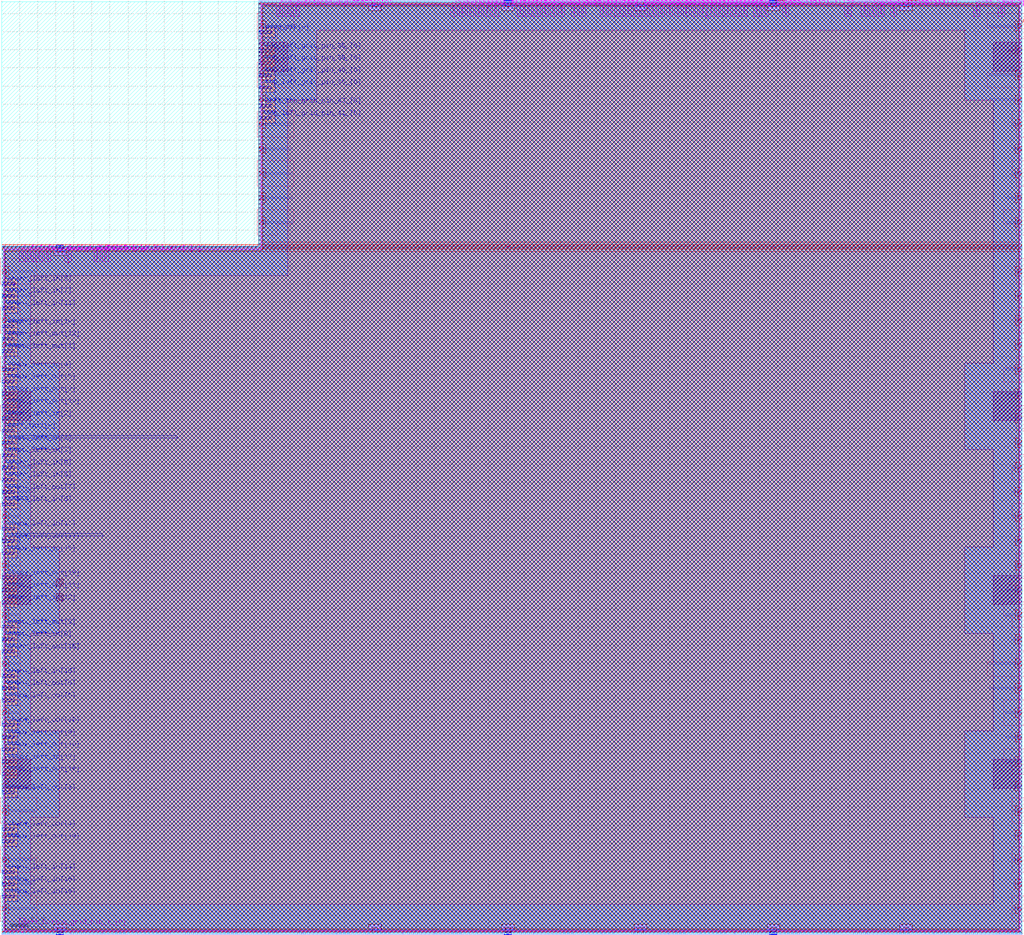
<source format=lef>
VERSION 5.7 ;
BUSBITCHARS "[]" ;

UNITS
  DATABASE MICRONS 1000 ;
END UNITS

MANUFACTURINGGRID 0.005 ;

LAYER nwell
  TYPE MASTERSLICE ;
END nwell

LAYER pwell
  TYPE MASTERSLICE ;
END pwell

LAYER fieldpoly
  TYPE MASTERSLICE ;
END fieldpoly

LAYER li1
  TYPE ROUTING ;
  DIRECTION VERTICAL ;
  PITCH 0.46 ;
  WIDTH 0.17 ;
END li1

LAYER mcon
  TYPE CUT ;
END mcon

LAYER met1
  TYPE ROUTING ;
  DIRECTION HORIZONTAL ;
  PITCH 0.34 ;
  WIDTH 0.14 ;
END met1

LAYER via
  TYPE CUT ;
END via

LAYER met2
  TYPE ROUTING ;
  DIRECTION VERTICAL ;
  PITCH 0.46 ;
  WIDTH 0.14 ;
END met2

LAYER via2
  TYPE CUT ;
END via2

LAYER met3
  TYPE ROUTING ;
  DIRECTION HORIZONTAL ;
  PITCH 0.68 ;
  WIDTH 0.3 ;
END met3

LAYER via3
  TYPE CUT ;
END via3

LAYER met4
  TYPE ROUTING ;
  DIRECTION VERTICAL ;
  PITCH 0.92 ;
  WIDTH 0.3 ;
END met4

LAYER via4
  TYPE CUT ;
END via4

LAYER met5
  TYPE ROUTING ;
  DIRECTION HORIZONTAL ;
  PITCH 3.4 ;
  WIDTH 1.6 ;
END met5

LAYER diff
  TYPE MASTERSLICE ;
END diff

LAYER licon1
  TYPE MASTERSLICE ;
END licon1

LAYER OVERLAP
  TYPE OVERLAP ;
END OVERLAP

VIA L1M1_PR
  LAYER li1 ;
    RECT -0.085 -0.085 0.085 0.085 ;
  LAYER mcon ;
    RECT -0.085 -0.085 0.085 0.085 ;
  LAYER met1 ;
    RECT -0.145 -0.115 0.145 0.115 ;
END L1M1_PR

VIA L1M1_PR_R
  LAYER li1 ;
    RECT -0.085 -0.085 0.085 0.085 ;
  LAYER mcon ;
    RECT -0.085 -0.085 0.085 0.085 ;
  LAYER met1 ;
    RECT -0.115 -0.145 0.115 0.145 ;
END L1M1_PR_R

VIA L1M1_PR_M
  LAYER li1 ;
    RECT -0.085 -0.085 0.085 0.085 ;
  LAYER mcon ;
    RECT -0.085 -0.085 0.085 0.085 ;
  LAYER met1 ;
    RECT -0.115 -0.145 0.115 0.145 ;
END L1M1_PR_M

VIA L1M1_PR_MR
  LAYER li1 ;
    RECT -0.085 -0.085 0.085 0.085 ;
  LAYER mcon ;
    RECT -0.085 -0.085 0.085 0.085 ;
  LAYER met1 ;
    RECT -0.145 -0.115 0.145 0.115 ;
END L1M1_PR_MR

VIA L1M1_PR_C
  LAYER li1 ;
    RECT -0.085 -0.085 0.085 0.085 ;
  LAYER mcon ;
    RECT -0.085 -0.085 0.085 0.085 ;
  LAYER met1 ;
    RECT -0.145 -0.145 0.145 0.145 ;
END L1M1_PR_C

VIA M1M2_PR
  LAYER met1 ;
    RECT -0.16 -0.13 0.16 0.13 ;
  LAYER via ;
    RECT -0.075 -0.075 0.075 0.075 ;
  LAYER met2 ;
    RECT -0.13 -0.16 0.13 0.16 ;
END M1M2_PR

VIA M1M2_PR_Enc
  LAYER met1 ;
    RECT -0.16 -0.13 0.16 0.13 ;
  LAYER via ;
    RECT -0.075 -0.075 0.075 0.075 ;
  LAYER met2 ;
    RECT -0.16 -0.13 0.16 0.13 ;
END M1M2_PR_Enc

VIA M1M2_PR_R
  LAYER met1 ;
    RECT -0.13 -0.16 0.13 0.16 ;
  LAYER via ;
    RECT -0.075 -0.075 0.075 0.075 ;
  LAYER met2 ;
    RECT -0.16 -0.13 0.16 0.13 ;
END M1M2_PR_R

VIA M1M2_PR_R_Enc
  LAYER met1 ;
    RECT -0.13 -0.16 0.13 0.16 ;
  LAYER via ;
    RECT -0.075 -0.075 0.075 0.075 ;
  LAYER met2 ;
    RECT -0.13 -0.16 0.13 0.16 ;
END M1M2_PR_R_Enc

VIA M1M2_PR_M
  LAYER met1 ;
    RECT -0.16 -0.13 0.16 0.13 ;
  LAYER via ;
    RECT -0.075 -0.075 0.075 0.075 ;
  LAYER met2 ;
    RECT -0.16 -0.13 0.16 0.13 ;
END M1M2_PR_M

VIA M1M2_PR_M_Enc
  LAYER met1 ;
    RECT -0.16 -0.13 0.16 0.13 ;
  LAYER via ;
    RECT -0.075 -0.075 0.075 0.075 ;
  LAYER met2 ;
    RECT -0.13 -0.16 0.13 0.16 ;
END M1M2_PR_M_Enc

VIA M1M2_PR_MR
  LAYER met1 ;
    RECT -0.13 -0.16 0.13 0.16 ;
  LAYER via ;
    RECT -0.075 -0.075 0.075 0.075 ;
  LAYER met2 ;
    RECT -0.13 -0.16 0.13 0.16 ;
END M1M2_PR_MR

VIA M1M2_PR_MR_Enc
  LAYER met1 ;
    RECT -0.13 -0.16 0.13 0.16 ;
  LAYER via ;
    RECT -0.075 -0.075 0.075 0.075 ;
  LAYER met2 ;
    RECT -0.16 -0.13 0.16 0.13 ;
END M1M2_PR_MR_Enc

VIA M1M2_PR_C
  LAYER met1 ;
    RECT -0.16 -0.16 0.16 0.16 ;
  LAYER via ;
    RECT -0.075 -0.075 0.075 0.075 ;
  LAYER met2 ;
    RECT -0.16 -0.16 0.16 0.16 ;
END M1M2_PR_C

VIA M2M3_PR
  LAYER met2 ;
    RECT -0.14 -0.185 0.14 0.185 ;
  LAYER via2 ;
    RECT -0.1 -0.1 0.1 0.1 ;
  LAYER met3 ;
    RECT -0.165 -0.165 0.165 0.165 ;
END M2M3_PR

VIA M2M3_PR_R
  LAYER met2 ;
    RECT -0.185 -0.14 0.185 0.14 ;
  LAYER via2 ;
    RECT -0.1 -0.1 0.1 0.1 ;
  LAYER met3 ;
    RECT -0.165 -0.165 0.165 0.165 ;
END M2M3_PR_R

VIA M2M3_PR_M
  LAYER met2 ;
    RECT -0.14 -0.185 0.14 0.185 ;
  LAYER via2 ;
    RECT -0.1 -0.1 0.1 0.1 ;
  LAYER met3 ;
    RECT -0.165 -0.165 0.165 0.165 ;
END M2M3_PR_M

VIA M2M3_PR_MR
  LAYER met2 ;
    RECT -0.185 -0.14 0.185 0.14 ;
  LAYER via2 ;
    RECT -0.1 -0.1 0.1 0.1 ;
  LAYER met3 ;
    RECT -0.165 -0.165 0.165 0.165 ;
END M2M3_PR_MR

VIA M2M3_PR_C
  LAYER met2 ;
    RECT -0.185 -0.185 0.185 0.185 ;
  LAYER via2 ;
    RECT -0.1 -0.1 0.1 0.1 ;
  LAYER met3 ;
    RECT -0.165 -0.165 0.165 0.165 ;
END M2M3_PR_C

VIA M3M4_PR
  LAYER met3 ;
    RECT -0.19 -0.16 0.19 0.16 ;
  LAYER via3 ;
    RECT -0.1 -0.1 0.1 0.1 ;
  LAYER met4 ;
    RECT -0.165 -0.165 0.165 0.165 ;
END M3M4_PR

VIA M3M4_PR_R
  LAYER met3 ;
    RECT -0.16 -0.19 0.16 0.19 ;
  LAYER via3 ;
    RECT -0.1 -0.1 0.1 0.1 ;
  LAYER met4 ;
    RECT -0.165 -0.165 0.165 0.165 ;
END M3M4_PR_R

VIA M3M4_PR_M
  LAYER met3 ;
    RECT -0.19 -0.16 0.19 0.16 ;
  LAYER via3 ;
    RECT -0.1 -0.1 0.1 0.1 ;
  LAYER met4 ;
    RECT -0.165 -0.165 0.165 0.165 ;
END M3M4_PR_M

VIA M3M4_PR_MR
  LAYER met3 ;
    RECT -0.16 -0.19 0.16 0.19 ;
  LAYER via3 ;
    RECT -0.1 -0.1 0.1 0.1 ;
  LAYER met4 ;
    RECT -0.165 -0.165 0.165 0.165 ;
END M3M4_PR_MR

VIA M3M4_PR_C
  LAYER met3 ;
    RECT -0.19 -0.19 0.19 0.19 ;
  LAYER via3 ;
    RECT -0.1 -0.1 0.1 0.1 ;
  LAYER met4 ;
    RECT -0.165 -0.165 0.165 0.165 ;
END M3M4_PR_C

VIA M4M5_PR
  LAYER met4 ;
    RECT -0.59 -0.59 0.59 0.59 ;
  LAYER via4 ;
    RECT -0.4 -0.4 0.4 0.4 ;
  LAYER met5 ;
    RECT -0.71 -0.71 0.71 0.71 ;
END M4M5_PR

VIA M4M5_PR_R
  LAYER met4 ;
    RECT -0.59 -0.59 0.59 0.59 ;
  LAYER via4 ;
    RECT -0.4 -0.4 0.4 0.4 ;
  LAYER met5 ;
    RECT -0.71 -0.71 0.71 0.71 ;
END M4M5_PR_R

VIA M4M5_PR_M
  LAYER met4 ;
    RECT -0.59 -0.59 0.59 0.59 ;
  LAYER via4 ;
    RECT -0.4 -0.4 0.4 0.4 ;
  LAYER met5 ;
    RECT -0.71 -0.71 0.71 0.71 ;
END M4M5_PR_M

VIA M4M5_PR_MR
  LAYER met4 ;
    RECT -0.59 -0.59 0.59 0.59 ;
  LAYER via4 ;
    RECT -0.4 -0.4 0.4 0.4 ;
  LAYER met5 ;
    RECT -0.71 -0.71 0.71 0.71 ;
END M4M5_PR_MR

VIA M4M5_PR_C
  LAYER met4 ;
    RECT -0.59 -0.59 0.59 0.59 ;
  LAYER via4 ;
    RECT -0.4 -0.4 0.4 0.4 ;
  LAYER met5 ;
    RECT -0.71 -0.71 0.71 0.71 ;
END M4M5_PR_C

SITE unit
  CLASS CORE ;
  SYMMETRY Y ;
  SIZE 0.46 BY 2.72 ;
END unit

SITE unithddbl
  CLASS CORE ;
  SIZE 0.46 BY 5.44 ;
END unithddbl

MACRO sb_2__0_
  CLASS BLOCK ;
  ORIGIN 0 0 ;
  SIZE 113.16 BY 103.36 ;
  SYMMETRY X Y ;
  PIN prog_clk[0]
    DIRECTION INPUT ;
    USE CLOCK ;
    PORT
      LAYER met3 ;
        RECT 28.52 99.81 29.9 100.11 ;
    END
  END prog_clk[0]
  PIN chany_top_in[0]
    DIRECTION INPUT ;
    USE SIGNAL ;
    PORT
      LAYER met2 ;
        RECT 80.43 102 80.57 103.36 ;
    END
  END chany_top_in[0]
  PIN chany_top_in[1]
    DIRECTION INPUT ;
    USE SIGNAL ;
    PORT
      LAYER met2 ;
        RECT 57.43 102 57.57 103.36 ;
    END
  END chany_top_in[1]
  PIN chany_top_in[2]
    DIRECTION INPUT ;
    USE SIGNAL ;
    PORT
      LAYER met2 ;
        RECT 82.27 102 82.41 103.36 ;
    END
  END chany_top_in[2]
  PIN chany_top_in[3]
    DIRECTION INPUT ;
    USE SIGNAL ;
    PORT
      LAYER met2 ;
        RECT 73.99 102 74.13 103.36 ;
    END
  END chany_top_in[3]
  PIN chany_top_in[4]
    DIRECTION INPUT ;
    USE SIGNAL ;
    PORT
      LAYER met2 ;
        RECT 51.91 102 52.05 103.36 ;
    END
  END chany_top_in[4]
  PIN chany_top_in[5]
    DIRECTION INPUT ;
    USE SIGNAL ;
    PORT
      LAYER met2 ;
        RECT 60.19 102 60.33 103.36 ;
    END
  END chany_top_in[5]
  PIN chany_top_in[6]
    DIRECTION INPUT ;
    USE SIGNAL ;
    PORT
      LAYER met2 ;
        RECT 74.91 102 75.05 103.36 ;
    END
  END chany_top_in[6]
  PIN chany_top_in[7]
    DIRECTION INPUT ;
    USE SIGNAL ;
    PORT
      LAYER met2 ;
        RECT 66.63 102 66.77 103.36 ;
    END
  END chany_top_in[7]
  PIN chany_top_in[8]
    DIRECTION INPUT ;
    USE SIGNAL ;
    PORT
      LAYER met2 ;
        RECT 72.15 102 72.29 103.36 ;
    END
  END chany_top_in[8]
  PIN chany_top_in[9]
    DIRECTION INPUT ;
    USE SIGNAL ;
    PORT
      LAYER met2 ;
        RECT 67.55 102 67.69 103.36 ;
    END
  END chany_top_in[9]
  PIN chany_top_in[10]
    DIRECTION INPUT ;
    USE SIGNAL ;
    PORT
      LAYER met2 ;
        RECT 73.07 102 73.21 103.36 ;
    END
  END chany_top_in[10]
  PIN chany_top_in[11]
    DIRECTION INPUT ;
    USE SIGNAL ;
    PORT
      LAYER met2 ;
        RECT 75.83 102 75.97 103.36 ;
    END
  END chany_top_in[11]
  PIN chany_top_in[12]
    DIRECTION INPUT ;
    USE SIGNAL ;
    PORT
      LAYER met2 ;
        RECT 52.83 102 52.97 103.36 ;
    END
  END chany_top_in[12]
  PIN chany_top_in[13]
    DIRECTION INPUT ;
    USE SIGNAL ;
    PORT
      LAYER met2 ;
        RECT 63.41 102 63.55 103.36 ;
    END
  END chany_top_in[13]
  PIN chany_top_in[14]
    DIRECTION INPUT ;
    USE SIGNAL ;
    PORT
      LAYER met2 ;
        RECT 54.67 102 54.81 103.36 ;
    END
  END chany_top_in[14]
  PIN chany_top_in[15]
    DIRECTION INPUT ;
    USE SIGNAL ;
    PORT
      LAYER met2 ;
        RECT 53.75 102 53.89 103.36 ;
    END
  END chany_top_in[15]
  PIN chany_top_in[16]
    DIRECTION INPUT ;
    USE SIGNAL ;
    PORT
      LAYER met2 ;
        RECT 69.39 102 69.53 103.36 ;
    END
  END chany_top_in[16]
  PIN chany_top_in[17]
    DIRECTION INPUT ;
    USE SIGNAL ;
    PORT
      LAYER met2 ;
        RECT 81.35 102 81.49 103.36 ;
    END
  END chany_top_in[17]
  PIN chany_top_in[18]
    DIRECTION INPUT ;
    USE SIGNAL ;
    PORT
      LAYER met2 ;
        RECT 84.57 102 84.71 103.36 ;
    END
  END chany_top_in[18]
  PIN chany_top_in[19]
    DIRECTION INPUT ;
    USE SIGNAL ;
    PORT
      LAYER met2 ;
        RECT 59.27 102 59.41 103.36 ;
    END
  END chany_top_in[19]
  PIN top_left_grid_pin_34_[0]
    DIRECTION INPUT ;
    USE SIGNAL ;
    PORT
      LAYER met2 ;
        RECT 32.59 102 32.73 103.36 ;
    END
  END top_left_grid_pin_34_[0]
  PIN top_left_grid_pin_35_[0]
    DIRECTION INPUT ;
    USE SIGNAL ;
    PORT
      LAYER met2 ;
        RECT 30.75 102 30.89 103.36 ;
    END
  END top_left_grid_pin_35_[0]
  PIN top_left_grid_pin_36_[0]
    DIRECTION INPUT ;
    USE SIGNAL ;
    PORT
      LAYER met3 ;
        RECT 28.52 93.69 29.9 93.99 ;
    END
  END top_left_grid_pin_36_[0]
  PIN top_left_grid_pin_37_[0]
    DIRECTION INPUT ;
    USE SIGNAL ;
    PORT
      LAYER met2 ;
        RECT 31.67 102 31.81 103.36 ;
    END
  END top_left_grid_pin_37_[0]
  PIN top_left_grid_pin_38_[0]
    DIRECTION INPUT ;
    USE SIGNAL ;
    PORT
      LAYER met3 ;
        RECT 28.52 97.77 29.9 98.07 ;
    END
  END top_left_grid_pin_38_[0]
  PIN top_left_grid_pin_39_[0]
    DIRECTION INPUT ;
    USE SIGNAL ;
    PORT
      LAYER met3 ;
        RECT 28.52 96.41 29.9 96.71 ;
    END
  END top_left_grid_pin_39_[0]
  PIN top_left_grid_pin_40_[0]
    DIRECTION INPUT ;
    USE SIGNAL ;
    PORT
      LAYER met3 ;
        RECT 28.52 95.05 29.9 95.35 ;
    END
  END top_left_grid_pin_40_[0]
  PIN top_left_grid_pin_41_[0]
    DIRECTION INPUT ;
    USE SIGNAL ;
    PORT
      LAYER met3 ;
        RECT 28.52 90.29 29.9 90.59 ;
    END
  END top_left_grid_pin_41_[0]
  PIN top_right_grid_pin_1_[0]
    DIRECTION INPUT ;
    USE SIGNAL ;
    PORT
      LAYER met2 ;
        RECT 110.79 102 110.93 103.36 ;
    END
  END top_right_grid_pin_1_[0]
  PIN chanx_left_in[0]
    DIRECTION INPUT ;
    USE SIGNAL ;
    PORT
      LAYER met3 ;
        RECT 0 51.53 1.38 51.83 ;
    END
  END chanx_left_in[0]
  PIN chanx_left_in[1]
    DIRECTION INPUT ;
    USE SIGNAL ;
    PORT
      LAYER met3 ;
        RECT 0 54.25 1.38 54.55 ;
    END
  END chanx_left_in[1]
  PIN chanx_left_in[2]
    DIRECTION INPUT ;
    USE SIGNAL ;
    PORT
      LAYER met3 ;
        RECT 0 56.97 1.38 57.27 ;
    END
  END chanx_left_in[2]
  PIN chanx_left_in[3]
    DIRECTION INPUT ;
    USE SIGNAL ;
    PORT
      LAYER met3 ;
        RECT 0 52.89 1.38 53.19 ;
    END
  END chanx_left_in[3]
  PIN chanx_left_in[4]
    DIRECTION INPUT ;
    USE SIGNAL ;
    PORT
      LAYER met3 ;
        RECT 0 62.41 1.38 62.71 ;
    END
  END chanx_left_in[4]
  PIN chanx_left_in[5]
    DIRECTION INPUT ;
    USE SIGNAL ;
    PORT
      LAYER met3 ;
        RECT 0 50.17 1.38 50.47 ;
    END
  END chanx_left_in[5]
  PIN chanx_left_in[6]
    DIRECTION INPUT ;
    USE SIGNAL ;
    PORT
      LAYER met3 ;
        RECT 0 47.45 1.38 47.75 ;
    END
  END chanx_left_in[6]
  PIN chanx_left_in[7]
    DIRECTION INPUT ;
    USE SIGNAL ;
    PORT
      LAYER met3 ;
        RECT 0 70.57 1.38 70.87 ;
    END
  END chanx_left_in[7]
  PIN chanx_left_in[8]
    DIRECTION INPUT ;
    USE SIGNAL ;
    PORT
      LAYER met3 ;
        RECT 0 32.49 1.38 32.79 ;
    END
  END chanx_left_in[8]
  PIN chanx_left_in[9]
    DIRECTION INPUT ;
    USE SIGNAL ;
    PORT
      LAYER met3 ;
        RECT 0 71.93 1.38 72.23 ;
    END
  END chanx_left_in[9]
  PIN chanx_left_in[10]
    DIRECTION INPUT ;
    USE SIGNAL ;
    PORT
      LAYER met3 ;
        RECT 0 67.17 1.38 67.47 ;
    END
  END chanx_left_in[10]
  PIN chanx_left_in[11]
    DIRECTION INPUT ;
    USE SIGNAL ;
    PORT
      LAYER met3 ;
        RECT 0 69.21 1.38 69.51 ;
    END
  END chanx_left_in[11]
  PIN chanx_left_in[12]
    DIRECTION INPUT ;
    USE SIGNAL ;
    PORT
      LAYER met3 ;
        RECT 0 36.57 1.38 36.87 ;
    END
  END chanx_left_in[12]
  PIN chanx_left_in[13]
    DIRECTION INPUT ;
    USE SIGNAL ;
    PORT
      LAYER met3 ;
        RECT 0 44.73 1.38 45.03 ;
    END
  END chanx_left_in[13]
  PIN chanx_left_in[14]
    DIRECTION INPUT ;
    USE SIGNAL ;
    PORT
      LAYER met3 ;
        RECT 0 6.65 1.38 6.95 ;
    END
  END chanx_left_in[14]
  PIN chanx_left_in[15]
    DIRECTION INPUT ;
    USE SIGNAL ;
    PORT
      LAYER met3 ;
        RECT 0 42.01 1.38 42.31 ;
    END
  END chanx_left_in[15]
  PIN chanx_left_in[16]
    DIRECTION INPUT ;
    USE SIGNAL ;
    PORT
      LAYER met3 ;
        RECT 0 28.41 1.38 28.71 ;
    END
  END chanx_left_in[16]
  PIN chanx_left_in[17]
    DIRECTION INPUT ;
    USE SIGNAL ;
    PORT
      LAYER met3 ;
        RECT 0 18.89 1.38 19.19 ;
    END
  END chanx_left_in[17]
  PIN chanx_left_in[18]
    DIRECTION INPUT ;
    USE SIGNAL ;
    PORT
      LAYER met3 ;
        RECT 0 5.29 1.38 5.59 ;
    END
  END chanx_left_in[18]
  PIN chanx_left_in[19]
    DIRECTION INPUT ;
    USE SIGNAL ;
    PORT
      LAYER met3 ;
        RECT 0 3.93 1.38 4.23 ;
    END
  END chanx_left_in[19]
  PIN left_top_grid_pin_42_[0]
    DIRECTION INPUT ;
    USE SIGNAL ;
    PORT
      LAYER met2 ;
        RECT 7.29 74.8 7.43 76.16 ;
    END
  END left_top_grid_pin_42_[0]
  PIN left_top_grid_pin_43_[0]
    DIRECTION INPUT ;
    USE SIGNAL ;
    PORT
      LAYER met3 ;
        RECT 28.52 91.65 29.9 91.95 ;
    END
  END left_top_grid_pin_43_[0]
  PIN left_top_grid_pin_44_[0]
    DIRECTION INPUT ;
    USE SIGNAL ;
    PORT
      LAYER met2 ;
        RECT 4.07 74.8 4.21 76.16 ;
    END
  END left_top_grid_pin_44_[0]
  PIN left_top_grid_pin_45_[0]
    DIRECTION INPUT ;
    USE SIGNAL ;
    PORT
      LAYER met2 ;
        RECT 4.99 74.8 5.13 76.16 ;
    END
  END left_top_grid_pin_45_[0]
  PIN left_top_grid_pin_46_[0]
    DIRECTION INPUT ;
    USE SIGNAL ;
    PORT
      LAYER met2 ;
        RECT 2.23 74.8 2.37 76.16 ;
    END
  END left_top_grid_pin_46_[0]
  PIN left_top_grid_pin_47_[0]
    DIRECTION INPUT ;
    USE SIGNAL ;
    PORT
      LAYER met2 ;
        RECT 3.15 74.8 3.29 76.16 ;
    END
  END left_top_grid_pin_47_[0]
  PIN left_top_grid_pin_48_[0]
    DIRECTION INPUT ;
    USE SIGNAL ;
    PORT
      LAYER met2 ;
        RECT 11.43 74.8 11.57 76.16 ;
    END
  END left_top_grid_pin_48_[0]
  PIN left_top_grid_pin_49_[0]
    DIRECTION INPUT ;
    USE SIGNAL ;
    PORT
      LAYER met2 ;
        RECT 10.51 74.8 10.65 76.16 ;
    END
  END left_top_grid_pin_49_[0]
  PIN left_bottom_grid_pin_1_[0]
    DIRECTION INPUT ;
    USE SIGNAL ;
    PORT
      LAYER met2 ;
        RECT 2.23 0 2.37 1.36 ;
    END
  END left_bottom_grid_pin_1_[0]
  PIN ccff_head[0]
    DIRECTION INPUT ;
    USE SIGNAL ;
    PORT
      LAYER met2 ;
        RECT 108.03 102 108.17 103.36 ;
    END
  END ccff_head[0]
  PIN chany_top_out[0]
    DIRECTION OUTPUT ;
    USE SIGNAL ;
    PORT
      LAYER met2 ;
        RECT 76.75 102 76.89 103.36 ;
    END
  END chany_top_out[0]
  PIN chany_top_out[1]
    DIRECTION OUTPUT ;
    USE SIGNAL ;
    PORT
      LAYER met2 ;
        RECT 61.11 102 61.25 103.36 ;
    END
  END chany_top_out[1]
  PIN chany_top_out[2]
    DIRECTION OUTPUT ;
    USE SIGNAL ;
    PORT
      LAYER met2 ;
        RECT 77.67 102 77.81 103.36 ;
    END
  END chany_top_out[2]
  PIN chany_top_out[3]
    DIRECTION OUTPUT ;
    USE SIGNAL ;
    PORT
      LAYER met2 ;
        RECT 71.23 102 71.37 103.36 ;
    END
  END chany_top_out[3]
  PIN chany_top_out[4]
    DIRECTION OUTPUT ;
    USE SIGNAL ;
    PORT
      LAYER met2 ;
        RECT 98.83 102 98.97 103.36 ;
    END
  END chany_top_out[4]
  PIN chany_top_out[5]
    DIRECTION OUTPUT ;
    USE SIGNAL ;
    PORT
      LAYER met2 ;
        RECT 83.65 102 83.79 103.36 ;
    END
  END chany_top_out[5]
  PIN chany_top_out[6]
    DIRECTION OUTPUT ;
    USE SIGNAL ;
    PORT
      LAYER met2 ;
        RECT 70.31 102 70.45 103.36 ;
    END
  END chany_top_out[6]
  PIN chany_top_out[7]
    DIRECTION OUTPUT ;
    USE SIGNAL ;
    PORT
      LAYER met2 ;
        RECT 50.07 102 50.21 103.36 ;
    END
  END chany_top_out[7]
  PIN chany_top_out[8]
    DIRECTION OUTPUT ;
    USE SIGNAL ;
    PORT
      LAYER met2 ;
        RECT 68.47 102 68.61 103.36 ;
    END
  END chany_top_out[8]
  PIN chany_top_out[9]
    DIRECTION OUTPUT ;
    USE SIGNAL ;
    PORT
      LAYER met2 ;
        RECT 58.35 102 58.49 103.36 ;
    END
  END chany_top_out[9]
  PIN chany_top_out[10]
    DIRECTION OUTPUT ;
    USE SIGNAL ;
    PORT
      LAYER met2 ;
        RECT 96.53 102 96.67 103.36 ;
    END
  END chany_top_out[10]
  PIN chany_top_out[11]
    DIRECTION OUTPUT ;
    USE SIGNAL ;
    PORT
      LAYER met2 ;
        RECT 93.77 102 93.91 103.36 ;
    END
  END chany_top_out[11]
  PIN chany_top_out[12]
    DIRECTION OUTPUT ;
    USE SIGNAL ;
    PORT
      LAYER met2 ;
        RECT 79.51 102 79.65 103.36 ;
    END
  END chany_top_out[12]
  PIN chany_top_out[13]
    DIRECTION OUTPUT ;
    USE SIGNAL ;
    PORT
      LAYER met2 ;
        RECT 64.33 102 64.47 103.36 ;
    END
  END chany_top_out[13]
  PIN chany_top_out[14]
    DIRECTION OUTPUT ;
    USE SIGNAL ;
    PORT
      LAYER met2 ;
        RECT 97.45 102 97.59 103.36 ;
    END
  END chany_top_out[14]
  PIN chany_top_out[15]
    DIRECTION OUTPUT ;
    USE SIGNAL ;
    PORT
      LAYER met2 ;
        RECT 50.99 102 51.13 103.36 ;
    END
  END chany_top_out[15]
  PIN chany_top_out[16]
    DIRECTION OUTPUT ;
    USE SIGNAL ;
    PORT
      LAYER met2 ;
        RECT 86.87 102 87.01 103.36 ;
    END
  END chany_top_out[16]
  PIN chany_top_out[17]
    DIRECTION OUTPUT ;
    USE SIGNAL ;
    PORT
      LAYER met2 ;
        RECT 62.03 102 62.17 103.36 ;
    END
  END chany_top_out[17]
  PIN chany_top_out[18]
    DIRECTION OUTPUT ;
    USE SIGNAL ;
    PORT
      LAYER met2 ;
        RECT 95.61 102 95.75 103.36 ;
    END
  END chany_top_out[18]
  PIN chany_top_out[19]
    DIRECTION OUTPUT ;
    USE SIGNAL ;
    PORT
      LAYER met2 ;
        RECT 78.59 102 78.73 103.36 ;
    END
  END chany_top_out[19]
  PIN chanx_left_out[0]
    DIRECTION OUTPUT ;
    USE SIGNAL ;
    PORT
      LAYER met3 ;
        RECT 0 27.05 1.38 27.35 ;
    END
  END chanx_left_out[0]
  PIN chanx_left_out[1]
    DIRECTION OUTPUT ;
    USE SIGNAL ;
    PORT
      LAYER met3 ;
        RECT 0 64.45 1.38 64.75 ;
    END
  END chanx_left_out[1]
  PIN chanx_left_out[2]
    DIRECTION OUTPUT ;
    USE SIGNAL ;
    PORT
      LAYER met3 ;
        RECT 0 15.49 1.38 15.79 ;
    END
  END chanx_left_out[2]
  PIN chanx_left_out[3]
    DIRECTION OUTPUT ;
    USE SIGNAL ;
    PORT
      LAYER met3 ;
        RECT 0 59.69 1.38 59.99 ;
    END
  END chanx_left_out[3]
  PIN chanx_left_out[4]
    DIRECTION OUTPUT ;
    USE SIGNAL ;
    PORT
      LAYER met3 ;
        RECT 0 11.41 1.38 11.71 ;
    END
  END chanx_left_out[4]
  PIN chanx_left_out[5]
    DIRECTION OUTPUT ;
    USE SIGNAL ;
    PORT
      LAYER met3 ;
        RECT 0 61.05 1.38 61.35 ;
    END
  END chanx_left_out[5]
  PIN chanx_left_out[6]
    DIRECTION OUTPUT ;
    USE SIGNAL ;
    PORT
      LAYER met3 ;
        RECT 0 25.69 1.38 25.99 ;
    END
  END chanx_left_out[6]
  PIN chanx_left_out[7]
    DIRECTION OUTPUT ;
    USE SIGNAL ;
    PORT
      LAYER met3 ;
        RECT 0 48.81 1.38 49.11 ;
    END
  END chanx_left_out[7]
  PIN chanx_left_out[8]
    DIRECTION OUTPUT ;
    USE SIGNAL ;
    PORT
      LAYER met3 ;
        RECT 0 21.61 1.38 21.91 ;
    END
  END chanx_left_out[8]
  PIN chanx_left_out[9]
    DIRECTION OUTPUT ;
    USE SIGNAL ;
    PORT
      LAYER met3 ;
        RECT 0 33.85 1.38 34.15 ;
    END
  END chanx_left_out[9]
  PIN chanx_left_out[10]
    DIRECTION OUTPUT ;
    USE SIGNAL ;
    PORT
      LAYER met3 ;
        RECT 0 20.25 1.38 20.55 ;
    END
  END chanx_left_out[10]
  PIN chanx_left_out[11]
    DIRECTION OUTPUT ;
    USE SIGNAL ;
    PORT
      LAYER met3 ;
        RECT 0 37.93 1.38 38.23 ;
    END
  END chanx_left_out[11]
  PIN chanx_left_out[12]
    DIRECTION OUTPUT ;
    USE SIGNAL ;
    PORT
      LAYER met3 ;
        RECT 0 22.97 1.38 23.27 ;
    END
  END chanx_left_out[12]
  PIN chanx_left_out[13]
    DIRECTION OUTPUT ;
    USE SIGNAL ;
    PORT
      LAYER met3 ;
        RECT 0 65.81 1.38 66.11 ;
    END
  END chanx_left_out[13]
  PIN chanx_left_out[14]
    DIRECTION OUTPUT ;
    USE SIGNAL ;
    PORT
      LAYER met3 ;
        RECT 0 17.53 1.38 17.83 ;
    END
  END chanx_left_out[14]
  PIN chanx_left_out[15]
    DIRECTION OUTPUT ;
    USE SIGNAL ;
    PORT
      LAYER met3 ;
        RECT 0 39.29 1.38 39.59 ;
    END
  END chanx_left_out[15]
  PIN chanx_left_out[16]
    DIRECTION OUTPUT ;
    USE SIGNAL ;
    PORT
      LAYER met3 ;
        RECT 0 31.13 1.38 31.43 ;
    END
  END chanx_left_out[16]
  PIN chanx_left_out[17]
    DIRECTION OUTPUT ;
    USE SIGNAL ;
    PORT
      LAYER met3 ;
        RECT 0 43.37 1.38 43.67 ;
    END
  END chanx_left_out[17]
  PIN chanx_left_out[18]
    DIRECTION OUTPUT ;
    USE SIGNAL ;
    PORT
      LAYER met3 ;
        RECT 0 10.05 1.38 10.35 ;
    END
  END chanx_left_out[18]
  PIN chanx_left_out[19]
    DIRECTION OUTPUT ;
    USE SIGNAL ;
    PORT
      LAYER met3 ;
        RECT 0 58.33 1.38 58.63 ;
    END
  END chanx_left_out[19]
  PIN ccff_tail[0]
    DIRECTION OUTPUT ;
    USE SIGNAL ;
    PORT
      LAYER met3 ;
        RECT 0 55.61 1.38 55.91 ;
    END
  END ccff_tail[0]
  PIN VDD
    DIRECTION INPUT ;
    USE POWER ;
    PORT
      LAYER met1 ;
        RECT 0 2.48 0.48 2.96 ;
        RECT 112.68 2.48 113.16 2.96 ;
        RECT 0 7.92 0.48 8.4 ;
        RECT 112.68 7.92 113.16 8.4 ;
        RECT 0 13.36 0.48 13.84 ;
        RECT 112.68 13.36 113.16 13.84 ;
        RECT 0 18.8 0.48 19.28 ;
        RECT 112.68 18.8 113.16 19.28 ;
        RECT 0 24.24 0.48 24.72 ;
        RECT 112.68 24.24 113.16 24.72 ;
        RECT 0 29.68 0.48 30.16 ;
        RECT 112.68 29.68 113.16 30.16 ;
        RECT 0 35.12 0.48 35.6 ;
        RECT 112.68 35.12 113.16 35.6 ;
        RECT 0 40.56 0.48 41.04 ;
        RECT 112.68 40.56 113.16 41.04 ;
        RECT 0 46 0.48 46.48 ;
        RECT 112.68 46 113.16 46.48 ;
        RECT 0 51.44 0.48 51.92 ;
        RECT 112.68 51.44 113.16 51.92 ;
        RECT 0 56.88 0.48 57.36 ;
        RECT 112.68 56.88 113.16 57.36 ;
        RECT 0 62.32 0.48 62.8 ;
        RECT 112.68 62.32 113.16 62.8 ;
        RECT 0 67.76 0.48 68.24 ;
        RECT 112.68 67.76 113.16 68.24 ;
        RECT 0 73.2 0.48 73.68 ;
        RECT 112.68 73.2 113.16 73.68 ;
        RECT 28.52 78.64 29 79.12 ;
        RECT 112.68 78.64 113.16 79.12 ;
        RECT 28.52 84.08 29 84.56 ;
        RECT 112.68 84.08 113.16 84.56 ;
        RECT 28.52 89.52 29 90 ;
        RECT 112.68 89.52 113.16 90 ;
        RECT 28.52 94.96 29 95.44 ;
        RECT 112.68 94.96 113.16 95.44 ;
        RECT 28.52 100.4 29 100.88 ;
        RECT 112.68 100.4 113.16 100.88 ;
      LAYER met5 ;
        RECT 0 16.08 3.2 19.28 ;
        RECT 109.96 16.08 113.16 19.28 ;
        RECT 0 56.88 3.2 60.08 ;
        RECT 109.96 56.88 113.16 60.08 ;
        RECT 28.52 95.64 31.72 98.84 ;
        RECT 109.96 95.64 113.16 98.84 ;
      LAYER met4 ;
        RECT 41.1 0 41.7 0.6 ;
        RECT 70.54 0 71.14 0.6 ;
        RECT 99.98 0 100.58 0.6 ;
        RECT 41.1 102.76 41.7 103.36 ;
        RECT 70.54 102.76 71.14 103.36 ;
        RECT 99.98 102.76 100.58 103.36 ;
    END
  END VDD
  PIN VSS
    DIRECTION INPUT ;
    USE GROUND ;
    PORT
      LAYER met1 ;
        RECT 0 0 113.16 0.24 ;
        RECT 0 5.2 0.48 5.68 ;
        RECT 112.68 5.2 113.16 5.68 ;
        RECT 0 10.64 0.48 11.12 ;
        RECT 112.68 10.64 113.16 11.12 ;
        RECT 0 16.08 0.48 16.56 ;
        RECT 112.68 16.08 113.16 16.56 ;
        RECT 0 21.52 0.48 22 ;
        RECT 112.68 21.52 113.16 22 ;
        RECT 0 26.96 0.48 27.44 ;
        RECT 112.68 26.96 113.16 27.44 ;
        RECT 0 32.4 0.48 32.88 ;
        RECT 112.68 32.4 113.16 32.88 ;
        RECT 0 37.84 0.48 38.32 ;
        RECT 112.68 37.84 113.16 38.32 ;
        RECT 0 43.28 0.48 43.76 ;
        RECT 112.68 43.28 113.16 43.76 ;
        RECT 0 48.72 0.48 49.2 ;
        RECT 112.68 48.72 113.16 49.2 ;
        RECT 0 54.16 0.48 54.64 ;
        RECT 112.68 54.16 113.16 54.64 ;
        RECT 0 59.6 0.48 60.08 ;
        RECT 112.68 59.6 113.16 60.08 ;
        RECT 0 65.04 0.48 65.52 ;
        RECT 112.68 65.04 113.16 65.52 ;
        RECT 0 70.48 0.48 70.96 ;
        RECT 112.68 70.48 113.16 70.96 ;
        RECT 0 75.92 113.16 76.4 ;
        RECT 28.52 81.36 29 81.84 ;
        RECT 112.68 81.36 113.16 81.84 ;
        RECT 28.52 86.8 29 87.28 ;
        RECT 112.68 86.8 113.16 87.28 ;
        RECT 28.52 92.24 29 92.72 ;
        RECT 112.68 92.24 113.16 92.72 ;
        RECT 28.52 97.68 29 98.16 ;
        RECT 112.68 97.68 113.16 98.16 ;
        RECT 28.52 103.12 113.16 103.36 ;
      LAYER met4 ;
        RECT 6.14 0 6.74 0.6 ;
        RECT 55.82 0 56.42 0.6 ;
        RECT 85.26 0 85.86 0.6 ;
        RECT 6.14 75.56 6.74 76.16 ;
        RECT 55.82 102.76 56.42 103.36 ;
        RECT 85.26 102.76 85.86 103.36 ;
      LAYER met5 ;
        RECT 0 36.48 3.2 39.68 ;
        RECT 109.96 36.48 113.16 39.68 ;
    END
  END VSS
  OBS
    LAYER li1 ;
      RECT 28.52 103.275 113.16 103.445 ;
      RECT 109.48 100.555 113.16 100.725 ;
      RECT 28.52 100.555 32.2 100.725 ;
      RECT 112.7 97.835 113.16 98.005 ;
      RECT 28.52 97.835 32.2 98.005 ;
      RECT 109.48 95.115 113.16 95.285 ;
      RECT 28.52 95.115 32.2 95.285 ;
      RECT 109.48 92.395 113.16 92.565 ;
      RECT 28.52 92.395 32.2 92.565 ;
      RECT 112.24 89.675 113.16 89.845 ;
      RECT 28.52 89.675 32.2 89.845 ;
      RECT 112.24 86.955 113.16 87.125 ;
      RECT 28.52 86.955 32.2 87.125 ;
      RECT 112.24 84.235 113.16 84.405 ;
      RECT 28.52 84.235 32.2 84.405 ;
      RECT 111.32 81.515 113.16 81.685 ;
      RECT 28.52 81.515 32.2 81.685 ;
      RECT 111.32 78.795 113.16 78.965 ;
      RECT 28.52 78.795 32.2 78.965 ;
      RECT 112.7 76.075 113.16 76.245 ;
      RECT 0 76.075 30.36 76.245 ;
      RECT 112.7 73.355 113.16 73.525 ;
      RECT 0 73.355 3.68 73.525 ;
      RECT 112.7 70.635 113.16 70.805 ;
      RECT 0 70.635 3.68 70.805 ;
      RECT 112.7 67.915 113.16 68.085 ;
      RECT 0 67.915 3.68 68.085 ;
      RECT 112.7 65.195 113.16 65.365 ;
      RECT 0 65.195 3.68 65.365 ;
      RECT 111.32 62.475 113.16 62.645 ;
      RECT 0 62.475 1.84 62.645 ;
      RECT 111.32 59.755 113.16 59.925 ;
      RECT 0 59.755 1.84 59.925 ;
      RECT 112.7 57.035 113.16 57.205 ;
      RECT 0 57.035 1.84 57.205 ;
      RECT 112.7 54.315 113.16 54.485 ;
      RECT 0 54.315 1.84 54.485 ;
      RECT 112.24 51.595 113.16 51.765 ;
      RECT 0 51.595 3.68 51.765 ;
      RECT 112.24 48.875 113.16 49.045 ;
      RECT 0 48.875 3.68 49.045 ;
      RECT 112.24 46.155 113.16 46.325 ;
      RECT 0 46.155 1.84 46.325 ;
      RECT 112.7 43.435 113.16 43.605 ;
      RECT 0 43.435 1.84 43.605 ;
      RECT 112.7 40.715 113.16 40.885 ;
      RECT 0 40.715 1.84 40.885 ;
      RECT 111.32 37.995 113.16 38.165 ;
      RECT 0 37.995 1.84 38.165 ;
      RECT 111.32 35.275 113.16 35.445 ;
      RECT 0 35.275 1.84 35.445 ;
      RECT 112.24 32.555 113.16 32.725 ;
      RECT 0 32.555 1.84 32.725 ;
      RECT 109.48 29.835 113.16 30.005 ;
      RECT 0 29.835 1.84 30.005 ;
      RECT 109.48 27.115 113.16 27.285 ;
      RECT 0 27.115 1.84 27.285 ;
      RECT 111.32 24.395 113.16 24.565 ;
      RECT 0 24.395 1.84 24.565 ;
      RECT 111.32 21.675 113.16 21.845 ;
      RECT 0 21.675 1.84 21.845 ;
      RECT 111.32 18.955 113.16 19.125 ;
      RECT 0 18.955 1.84 19.125 ;
      RECT 112.24 16.235 113.16 16.405 ;
      RECT 0 16.235 3.68 16.405 ;
      RECT 112.24 13.515 113.16 13.685 ;
      RECT 0 13.515 3.68 13.685 ;
      RECT 112.24 10.795 113.16 10.965 ;
      RECT 0 10.795 1.84 10.965 ;
      RECT 112.24 8.075 113.16 8.245 ;
      RECT 0 8.075 3.68 8.245 ;
      RECT 112.24 5.355 113.16 5.525 ;
      RECT 0 5.355 3.68 5.525 ;
      RECT 112.24 2.635 113.16 2.805 ;
      RECT 0 2.635 3.68 2.805 ;
      RECT 0 -0.085 113.16 0.085 ;
    LAYER met3 ;
      POLYGON 85.725 103.525 85.725 103.52 85.94 103.52 85.94 103.2 85.725 103.2 85.725 103.195 85.395 103.195 85.395 103.2 85.18 103.2 85.18 103.52 85.395 103.52 85.395 103.525 ;
      POLYGON 56.285 103.525 56.285 103.52 56.5 103.52 56.5 103.2 56.285 103.2 56.285 103.195 55.955 103.195 55.955 103.2 55.74 103.2 55.74 103.52 55.955 103.52 55.955 103.525 ;
      POLYGON 6.605 76.325 6.605 76.32 6.82 76.32 6.82 76 6.605 76 6.605 75.995 6.275 75.995 6.275 76 6.06 76 6.06 76.32 6.275 76.32 6.275 76.325 ;
      POLYGON 19.47 55.23 19.47 54.93 1.78 54.93 1.78 54.95 1.23 54.95 1.23 55.23 ;
      POLYGON 2.91 48.43 2.91 48.13 1.78 48.13 1.78 48.15 1.23 48.15 1.23 48.43 ;
      POLYGON 11.19 44.35 11.19 44.05 1.99 44.05 1.99 43.37 1.78 43.37 1.78 44.07 1.69 44.07 1.69 44.35 ;
      POLYGON 85.725 0.165 85.725 0.16 85.94 0.16 85.94 -0.16 85.725 -0.16 85.725 -0.165 85.395 -0.165 85.395 -0.16 85.18 -0.16 85.18 0.16 85.395 0.16 85.395 0.165 ;
      POLYGON 56.285 0.165 56.285 0.16 56.5 0.16 56.5 -0.16 56.285 -0.16 56.285 -0.165 55.955 -0.165 55.955 -0.16 55.74 -0.16 55.74 0.16 55.955 0.16 55.955 0.165 ;
      POLYGON 6.605 0.165 6.605 0.16 6.82 0.16 6.82 -0.16 6.605 -0.16 6.605 -0.165 6.275 -0.165 6.275 -0.16 6.06 -0.16 6.06 0.16 6.275 0.16 6.275 0.165 ;
      POLYGON 112.76 102.96 112.76 0.4 0.4 0.4 0.4 3.53 1.78 3.53 1.78 4.63 0.4 4.63 0.4 4.89 1.78 4.89 1.78 5.99 0.4 5.99 0.4 6.25 1.78 6.25 1.78 7.35 0.4 7.35 0.4 9.65 1.78 9.65 1.78 10.75 0.4 10.75 0.4 11.01 1.78 11.01 1.78 12.11 0.4 12.11 0.4 15.09 1.78 15.09 1.78 16.19 0.4 16.19 0.4 17.13 1.78 17.13 1.78 18.23 0.4 18.23 0.4 18.49 1.78 18.49 1.78 19.59 0.4 19.59 0.4 19.85 1.78 19.85 1.78 20.95 0.4 20.95 0.4 21.21 1.78 21.21 1.78 22.31 0.4 22.31 0.4 22.57 1.78 22.57 1.78 23.67 0.4 23.67 0.4 25.29 1.78 25.29 1.78 26.39 0.4 26.39 0.4 26.65 1.78 26.65 1.78 27.75 0.4 27.75 0.4 28.01 1.78 28.01 1.78 29.11 0.4 29.11 0.4 30.73 1.78 30.73 1.78 31.83 0.4 31.83 0.4 32.09 1.78 32.09 1.78 33.19 0.4 33.19 0.4 33.45 1.78 33.45 1.78 34.55 0.4 34.55 0.4 36.17 1.78 36.17 1.78 37.27 0.4 37.27 0.4 37.53 1.78 37.53 1.78 38.63 0.4 38.63 0.4 38.89 1.78 38.89 1.78 39.99 0.4 39.99 0.4 41.61 1.78 41.61 1.78 42.71 0.4 42.71 0.4 42.97 1.78 42.97 1.78 44.07 0.4 44.07 0.4 44.33 1.78 44.33 1.78 45.43 0.4 45.43 0.4 47.05 1.78 47.05 1.78 48.15 0.4 48.15 0.4 48.41 1.78 48.41 1.78 49.51 0.4 49.51 0.4 49.77 1.78 49.77 1.78 50.87 0.4 50.87 0.4 51.13 1.78 51.13 1.78 52.23 0.4 52.23 0.4 52.49 1.78 52.49 1.78 53.59 0.4 53.59 0.4 53.85 1.78 53.85 1.78 54.95 0.4 54.95 0.4 55.21 1.78 55.21 1.78 56.31 0.4 56.31 0.4 56.57 1.78 56.57 1.78 57.67 0.4 57.67 0.4 57.93 1.78 57.93 1.78 59.03 0.4 59.03 0.4 59.29 1.78 59.29 1.78 60.39 0.4 60.39 0.4 60.65 1.78 60.65 1.78 61.75 0.4 61.75 0.4 62.01 1.78 62.01 1.78 63.11 0.4 63.11 0.4 64.05 1.78 64.05 1.78 65.15 0.4 65.15 0.4 65.41 1.78 65.41 1.78 66.51 0.4 66.51 0.4 66.77 1.78 66.77 1.78 67.87 0.4 67.87 0.4 68.81 1.78 68.81 1.78 69.91 0.4 69.91 0.4 70.17 1.78 70.17 1.78 71.27 0.4 71.27 0.4 71.53 1.78 71.53 1.78 72.63 0.4 72.63 0.4 75.76 28.92 75.76 28.92 89.89 30.3 89.89 30.3 90.99 28.92 90.99 28.92 91.25 30.3 91.25 30.3 92.35 28.92 92.35 28.92 93.29 30.3 93.29 30.3 94.39 28.92 94.39 28.92 94.65 30.3 94.65 30.3 95.75 28.92 95.75 28.92 96.01 30.3 96.01 30.3 97.11 28.92 97.11 28.92 97.37 30.3 97.37 30.3 98.47 28.92 98.47 28.92 99.41 30.3 99.41 30.3 100.51 28.92 100.51 28.92 102.96 ;
    LAYER met2 ;
      RECT 85.42 103.175 85.7 103.545 ;
      RECT 55.98 103.175 56.26 103.545 ;
      RECT 78.07 101.5 78.33 101.82 ;
      RECT 6.3 75.975 6.58 76.345 ;
      RECT 85.42 -0.185 85.7 0.185 ;
      RECT 55.98 -0.185 56.26 0.185 ;
      RECT 6.3 -0.185 6.58 0.185 ;
      POLYGON 112.88 103.08 112.88 0.28 2.65 0.28 2.65 1.64 1.95 1.64 1.95 0.28 0.28 0.28 0.28 75.88 1.95 75.88 1.95 74.52 2.65 74.52 2.65 75.88 2.87 75.88 2.87 74.52 3.57 74.52 3.57 75.88 3.79 75.88 3.79 74.52 4.49 74.52 4.49 75.88 4.71 75.88 4.71 74.52 5.41 74.52 5.41 75.88 7.01 75.88 7.01 74.52 7.71 74.52 7.71 75.88 10.23 75.88 10.23 74.52 10.93 74.52 10.93 75.88 11.15 75.88 11.15 74.52 11.85 74.52 11.85 75.88 28.8 75.88 28.8 103.08 30.47 103.08 30.47 101.72 31.17 101.72 31.17 103.08 31.39 103.08 31.39 101.72 32.09 101.72 32.09 103.08 32.31 103.08 32.31 101.72 33.01 101.72 33.01 103.08 49.79 103.08 49.79 101.72 50.49 101.72 50.49 103.08 50.71 103.08 50.71 101.72 51.41 101.72 51.41 103.08 51.63 103.08 51.63 101.72 52.33 101.72 52.33 103.08 52.55 103.08 52.55 101.72 53.25 101.72 53.25 103.08 53.47 103.08 53.47 101.72 54.17 101.72 54.17 103.08 54.39 103.08 54.39 101.72 55.09 101.72 55.09 103.08 57.15 103.08 57.15 101.72 57.85 101.72 57.85 103.08 58.07 103.08 58.07 101.72 58.77 101.72 58.77 103.08 58.99 103.08 58.99 101.72 59.69 101.72 59.69 103.08 59.91 103.08 59.91 101.72 60.61 101.72 60.61 103.08 60.83 103.08 60.83 101.72 61.53 101.72 61.53 103.08 61.75 103.08 61.75 101.72 62.45 101.72 62.45 103.08 63.13 103.08 63.13 101.72 63.83 101.72 63.83 103.08 64.05 103.08 64.05 101.72 64.75 101.72 64.75 103.08 66.35 103.08 66.35 101.72 67.05 101.72 67.05 103.08 67.27 103.08 67.27 101.72 67.97 101.72 67.97 103.08 68.19 103.08 68.19 101.72 68.89 101.72 68.89 103.08 69.11 103.08 69.11 101.72 69.81 101.72 69.81 103.08 70.03 103.08 70.03 101.72 70.73 101.72 70.73 103.08 70.95 103.08 70.95 101.72 71.65 101.72 71.65 103.08 71.87 103.08 71.87 101.72 72.57 101.72 72.57 103.08 72.79 103.08 72.79 101.72 73.49 101.72 73.49 103.08 73.71 103.08 73.71 101.72 74.41 101.72 74.41 103.08 74.63 103.08 74.63 101.72 75.33 101.72 75.33 103.08 75.55 103.08 75.55 101.72 76.25 101.72 76.25 103.08 76.47 103.08 76.47 101.72 77.17 101.72 77.17 103.08 77.39 103.08 77.39 101.72 78.09 101.72 78.09 103.08 78.31 103.08 78.31 101.72 79.01 101.72 79.01 103.08 79.23 103.08 79.23 101.72 79.93 101.72 79.93 103.08 80.15 103.08 80.15 101.72 80.85 101.72 80.85 103.08 81.07 103.08 81.07 101.72 81.77 101.72 81.77 103.08 81.99 103.08 81.99 101.72 82.69 101.72 82.69 103.08 83.37 103.08 83.37 101.72 84.07 101.72 84.07 103.08 84.29 103.08 84.29 101.72 84.99 101.72 84.99 103.08 86.59 103.08 86.59 101.72 87.29 101.72 87.29 103.08 93.49 103.08 93.49 101.72 94.19 101.72 94.19 103.08 95.33 103.08 95.33 101.72 96.03 101.72 96.03 103.08 96.25 103.08 96.25 101.72 96.95 101.72 96.95 103.08 97.17 103.08 97.17 101.72 97.87 101.72 97.87 103.08 98.55 103.08 98.55 101.72 99.25 101.72 99.25 103.08 107.75 103.08 107.75 101.72 108.45 101.72 108.45 103.08 110.51 103.08 110.51 101.72 111.21 101.72 111.21 103.08 ;
    LAYER met4 ;
      POLYGON 112.76 102.96 112.76 0.4 100.98 0.4 100.98 1 99.58 1 99.58 0.4 86.26 0.4 86.26 1 84.86 1 84.86 0.4 71.54 0.4 71.54 1 70.14 1 70.14 0.4 56.82 0.4 56.82 1 55.42 1 55.42 0.4 42.1 0.4 42.1 1 40.7 1 40.7 0.4 7.14 0.4 7.14 1 5.74 1 5.74 0.4 0.4 0.4 0.4 75.76 5.74 75.76 5.74 75.16 7.14 75.16 7.14 75.76 28.92 75.76 28.92 102.96 40.7 102.96 40.7 102.36 42.1 102.36 42.1 102.96 55.42 102.96 55.42 102.36 56.82 102.36 56.82 102.96 70.14 102.96 70.14 102.36 71.54 102.36 71.54 102.96 84.86 102.96 84.86 102.36 86.26 102.36 86.26 102.96 99.58 102.96 99.58 102.36 100.98 102.36 100.98 102.96 ;
    LAYER met5 ;
      POLYGON 106.76 100.16 106.76 92.44 109.96 92.44 109.96 63.28 106.76 63.28 106.76 53.68 109.96 53.68 109.96 42.88 106.76 42.88 106.76 33.28 109.96 33.28 109.96 22.48 106.76 22.48 106.76 12.88 109.96 12.88 109.96 3.2 3.2 3.2 3.2 12.88 6.4 12.88 6.4 22.48 3.2 22.48 3.2 33.28 6.4 33.28 6.4 42.88 3.2 42.88 3.2 53.68 6.4 53.68 6.4 63.28 3.2 63.28 3.2 72.96 31.72 72.96 31.72 92.44 34.92 92.44 34.92 100.16 ;
    LAYER met1 ;
      POLYGON 112.88 102.84 112.88 101.16 112.4 101.16 112.4 100.12 112.88 100.12 112.88 98.44 112.4 98.44 112.4 97.4 112.88 97.4 112.88 95.72 112.4 95.72 112.4 94.68 112.88 94.68 112.88 93 112.4 93 112.4 91.96 112.88 91.96 112.88 90.28 112.4 90.28 112.4 89.24 112.88 89.24 112.88 87.56 112.4 87.56 112.4 86.52 112.88 86.52 112.88 84.84 112.4 84.84 112.4 83.8 112.88 83.8 112.88 82.12 112.4 82.12 112.4 81.08 112.88 81.08 112.88 79.4 112.4 79.4 112.4 78.36 112.88 78.36 112.88 76.68 28.8 76.68 28.8 78.36 29.28 78.36 29.28 79.4 28.8 79.4 28.8 81.08 29.28 81.08 29.28 82.12 28.8 82.12 28.8 83.8 29.28 83.8 29.28 84.84 28.8 84.84 28.8 86.52 29.28 86.52 29.28 87.56 28.8 87.56 28.8 89.24 29.28 89.24 29.28 90.28 28.8 90.28 28.8 91.96 29.28 91.96 29.28 93 28.8 93 28.8 94.68 29.28 94.68 29.28 95.72 28.8 95.72 28.8 97.4 29.28 97.4 29.28 98.44 28.8 98.44 28.8 100.12 29.28 100.12 29.28 101.16 28.8 101.16 28.8 102.84 ;
      POLYGON 112.88 75.64 112.88 73.96 112.4 73.96 112.4 72.92 112.88 72.92 112.88 71.24 112.4 71.24 112.4 70.2 112.88 70.2 112.88 68.52 112.4 68.52 112.4 67.48 112.88 67.48 112.88 65.8 112.4 65.8 112.4 64.76 112.88 64.76 112.88 63.08 112.4 63.08 112.4 62.04 112.88 62.04 112.88 60.36 112.4 60.36 112.4 59.32 112.88 59.32 112.88 57.64 112.4 57.64 112.4 56.6 112.88 56.6 112.88 54.92 112.4 54.92 112.4 53.88 112.88 53.88 112.88 52.2 112.4 52.2 112.4 51.16 112.88 51.16 112.88 49.48 112.4 49.48 112.4 48.44 112.88 48.44 112.88 46.76 112.4 46.76 112.4 45.72 112.88 45.72 112.88 44.04 112.4 44.04 112.4 43 112.88 43 112.88 41.32 112.4 41.32 112.4 40.28 112.88 40.28 112.88 38.6 112.4 38.6 112.4 37.56 112.88 37.56 112.88 35.88 112.4 35.88 112.4 34.84 112.88 34.84 112.88 33.16 112.4 33.16 112.4 32.12 112.88 32.12 112.88 30.44 112.4 30.44 112.4 29.4 112.88 29.4 112.88 27.72 112.4 27.72 112.4 26.68 112.88 26.68 112.88 25 112.4 25 112.4 23.96 112.88 23.96 112.88 22.28 112.4 22.28 112.4 21.24 112.88 21.24 112.88 19.56 112.4 19.56 112.4 18.52 112.88 18.52 112.88 16.84 112.4 16.84 112.4 15.8 112.88 15.8 112.88 14.12 112.4 14.12 112.4 13.08 112.88 13.08 112.88 11.4 112.4 11.4 112.4 10.36 112.88 10.36 112.88 8.68 112.4 8.68 112.4 7.64 112.88 7.64 112.88 5.96 112.4 5.96 112.4 4.92 112.88 4.92 112.88 3.24 112.4 3.24 112.4 2.2 112.88 2.2 112.88 0.52 0.28 0.52 0.28 2.2 0.76 2.2 0.76 3.24 0.28 3.24 0.28 4.92 0.76 4.92 0.76 5.96 0.28 5.96 0.28 7.64 0.76 7.64 0.76 8.68 0.28 8.68 0.28 10.36 0.76 10.36 0.76 11.4 0.28 11.4 0.28 13.08 0.76 13.08 0.76 14.12 0.28 14.12 0.28 15.8 0.76 15.8 0.76 16.84 0.28 16.84 0.28 18.52 0.76 18.52 0.76 19.56 0.28 19.56 0.28 21.24 0.76 21.24 0.76 22.28 0.28 22.28 0.28 23.96 0.76 23.96 0.76 25 0.28 25 0.28 26.68 0.76 26.68 0.76 27.72 0.28 27.72 0.28 29.4 0.76 29.4 0.76 30.44 0.28 30.44 0.28 32.12 0.76 32.12 0.76 33.16 0.28 33.16 0.28 34.84 0.76 34.84 0.76 35.88 0.28 35.88 0.28 37.56 0.76 37.56 0.76 38.6 0.28 38.6 0.28 40.28 0.76 40.28 0.76 41.32 0.28 41.32 0.28 43 0.76 43 0.76 44.04 0.28 44.04 0.28 45.72 0.76 45.72 0.76 46.76 0.28 46.76 0.28 48.44 0.76 48.44 0.76 49.48 0.28 49.48 0.28 51.16 0.76 51.16 0.76 52.2 0.28 52.2 0.28 53.88 0.76 53.88 0.76 54.92 0.28 54.92 0.28 56.6 0.76 56.6 0.76 57.64 0.28 57.64 0.28 59.32 0.76 59.32 0.76 60.36 0.28 60.36 0.28 62.04 0.76 62.04 0.76 63.08 0.28 63.08 0.28 64.76 0.76 64.76 0.76 65.8 0.28 65.8 0.28 67.48 0.76 67.48 0.76 68.52 0.28 68.52 0.28 70.2 0.76 70.2 0.76 71.24 0.28 71.24 0.28 72.92 0.76 72.92 0.76 73.96 0.28 73.96 0.28 75.64 ;
    LAYER li1 ;
      POLYGON 112.82 103.02 112.82 0.34 0.34 0.34 0.34 75.82 28.86 75.82 28.86 103.02 ;
    LAYER mcon ;
      RECT 112.845 103.275 113.015 103.445 ;
      RECT 112.385 103.275 112.555 103.445 ;
      RECT 111.925 103.275 112.095 103.445 ;
      RECT 111.465 103.275 111.635 103.445 ;
      RECT 111.005 103.275 111.175 103.445 ;
      RECT 110.545 103.275 110.715 103.445 ;
      RECT 110.085 103.275 110.255 103.445 ;
      RECT 109.625 103.275 109.795 103.445 ;
      RECT 109.165 103.275 109.335 103.445 ;
      RECT 108.705 103.275 108.875 103.445 ;
      RECT 108.245 103.275 108.415 103.445 ;
      RECT 107.785 103.275 107.955 103.445 ;
      RECT 107.325 103.275 107.495 103.445 ;
      RECT 106.865 103.275 107.035 103.445 ;
      RECT 106.405 103.275 106.575 103.445 ;
      RECT 105.945 103.275 106.115 103.445 ;
      RECT 105.485 103.275 105.655 103.445 ;
      RECT 105.025 103.275 105.195 103.445 ;
      RECT 104.565 103.275 104.735 103.445 ;
      RECT 104.105 103.275 104.275 103.445 ;
      RECT 103.645 103.275 103.815 103.445 ;
      RECT 103.185 103.275 103.355 103.445 ;
      RECT 102.725 103.275 102.895 103.445 ;
      RECT 102.265 103.275 102.435 103.445 ;
      RECT 101.805 103.275 101.975 103.445 ;
      RECT 101.345 103.275 101.515 103.445 ;
      RECT 100.885 103.275 101.055 103.445 ;
      RECT 100.425 103.275 100.595 103.445 ;
      RECT 99.965 103.275 100.135 103.445 ;
      RECT 99.505 103.275 99.675 103.445 ;
      RECT 99.045 103.275 99.215 103.445 ;
      RECT 98.585 103.275 98.755 103.445 ;
      RECT 98.125 103.275 98.295 103.445 ;
      RECT 97.665 103.275 97.835 103.445 ;
      RECT 97.205 103.275 97.375 103.445 ;
      RECT 96.745 103.275 96.915 103.445 ;
      RECT 96.285 103.275 96.455 103.445 ;
      RECT 95.825 103.275 95.995 103.445 ;
      RECT 95.365 103.275 95.535 103.445 ;
      RECT 94.905 103.275 95.075 103.445 ;
      RECT 94.445 103.275 94.615 103.445 ;
      RECT 93.985 103.275 94.155 103.445 ;
      RECT 93.525 103.275 93.695 103.445 ;
      RECT 93.065 103.275 93.235 103.445 ;
      RECT 92.605 103.275 92.775 103.445 ;
      RECT 92.145 103.275 92.315 103.445 ;
      RECT 91.685 103.275 91.855 103.445 ;
      RECT 91.225 103.275 91.395 103.445 ;
      RECT 90.765 103.275 90.935 103.445 ;
      RECT 90.305 103.275 90.475 103.445 ;
      RECT 89.845 103.275 90.015 103.445 ;
      RECT 89.385 103.275 89.555 103.445 ;
      RECT 88.925 103.275 89.095 103.445 ;
      RECT 88.465 103.275 88.635 103.445 ;
      RECT 88.005 103.275 88.175 103.445 ;
      RECT 87.545 103.275 87.715 103.445 ;
      RECT 87.085 103.275 87.255 103.445 ;
      RECT 86.625 103.275 86.795 103.445 ;
      RECT 86.165 103.275 86.335 103.445 ;
      RECT 85.705 103.275 85.875 103.445 ;
      RECT 85.245 103.275 85.415 103.445 ;
      RECT 84.785 103.275 84.955 103.445 ;
      RECT 84.325 103.275 84.495 103.445 ;
      RECT 83.865 103.275 84.035 103.445 ;
      RECT 83.405 103.275 83.575 103.445 ;
      RECT 82.945 103.275 83.115 103.445 ;
      RECT 82.485 103.275 82.655 103.445 ;
      RECT 82.025 103.275 82.195 103.445 ;
      RECT 81.565 103.275 81.735 103.445 ;
      RECT 81.105 103.275 81.275 103.445 ;
      RECT 80.645 103.275 80.815 103.445 ;
      RECT 80.185 103.275 80.355 103.445 ;
      RECT 79.725 103.275 79.895 103.445 ;
      RECT 79.265 103.275 79.435 103.445 ;
      RECT 78.805 103.275 78.975 103.445 ;
      RECT 78.345 103.275 78.515 103.445 ;
      RECT 77.885 103.275 78.055 103.445 ;
      RECT 77.425 103.275 77.595 103.445 ;
      RECT 76.965 103.275 77.135 103.445 ;
      RECT 76.505 103.275 76.675 103.445 ;
      RECT 76.045 103.275 76.215 103.445 ;
      RECT 75.585 103.275 75.755 103.445 ;
      RECT 75.125 103.275 75.295 103.445 ;
      RECT 74.665 103.275 74.835 103.445 ;
      RECT 74.205 103.275 74.375 103.445 ;
      RECT 73.745 103.275 73.915 103.445 ;
      RECT 73.285 103.275 73.455 103.445 ;
      RECT 72.825 103.275 72.995 103.445 ;
      RECT 72.365 103.275 72.535 103.445 ;
      RECT 71.905 103.275 72.075 103.445 ;
      RECT 71.445 103.275 71.615 103.445 ;
      RECT 70.985 103.275 71.155 103.445 ;
      RECT 70.525 103.275 70.695 103.445 ;
      RECT 70.065 103.275 70.235 103.445 ;
      RECT 69.605 103.275 69.775 103.445 ;
      RECT 69.145 103.275 69.315 103.445 ;
      RECT 68.685 103.275 68.855 103.445 ;
      RECT 68.225 103.275 68.395 103.445 ;
      RECT 67.765 103.275 67.935 103.445 ;
      RECT 67.305 103.275 67.475 103.445 ;
      RECT 66.845 103.275 67.015 103.445 ;
      RECT 66.385 103.275 66.555 103.445 ;
      RECT 65.925 103.275 66.095 103.445 ;
      RECT 65.465 103.275 65.635 103.445 ;
      RECT 65.005 103.275 65.175 103.445 ;
      RECT 64.545 103.275 64.715 103.445 ;
      RECT 64.085 103.275 64.255 103.445 ;
      RECT 63.625 103.275 63.795 103.445 ;
      RECT 63.165 103.275 63.335 103.445 ;
      RECT 62.705 103.275 62.875 103.445 ;
      RECT 62.245 103.275 62.415 103.445 ;
      RECT 61.785 103.275 61.955 103.445 ;
      RECT 61.325 103.275 61.495 103.445 ;
      RECT 60.865 103.275 61.035 103.445 ;
      RECT 60.405 103.275 60.575 103.445 ;
      RECT 59.945 103.275 60.115 103.445 ;
      RECT 59.485 103.275 59.655 103.445 ;
      RECT 59.025 103.275 59.195 103.445 ;
      RECT 58.565 103.275 58.735 103.445 ;
      RECT 58.105 103.275 58.275 103.445 ;
      RECT 57.645 103.275 57.815 103.445 ;
      RECT 57.185 103.275 57.355 103.445 ;
      RECT 56.725 103.275 56.895 103.445 ;
      RECT 56.265 103.275 56.435 103.445 ;
      RECT 55.805 103.275 55.975 103.445 ;
      RECT 55.345 103.275 55.515 103.445 ;
      RECT 54.885 103.275 55.055 103.445 ;
      RECT 54.425 103.275 54.595 103.445 ;
      RECT 53.965 103.275 54.135 103.445 ;
      RECT 53.505 103.275 53.675 103.445 ;
      RECT 53.045 103.275 53.215 103.445 ;
      RECT 52.585 103.275 52.755 103.445 ;
      RECT 52.125 103.275 52.295 103.445 ;
      RECT 51.665 103.275 51.835 103.445 ;
      RECT 51.205 103.275 51.375 103.445 ;
      RECT 50.745 103.275 50.915 103.445 ;
      RECT 50.285 103.275 50.455 103.445 ;
      RECT 49.825 103.275 49.995 103.445 ;
      RECT 49.365 103.275 49.535 103.445 ;
      RECT 48.905 103.275 49.075 103.445 ;
      RECT 48.445 103.275 48.615 103.445 ;
      RECT 47.985 103.275 48.155 103.445 ;
      RECT 47.525 103.275 47.695 103.445 ;
      RECT 47.065 103.275 47.235 103.445 ;
      RECT 46.605 103.275 46.775 103.445 ;
      RECT 46.145 103.275 46.315 103.445 ;
      RECT 45.685 103.275 45.855 103.445 ;
      RECT 45.225 103.275 45.395 103.445 ;
      RECT 44.765 103.275 44.935 103.445 ;
      RECT 44.305 103.275 44.475 103.445 ;
      RECT 43.845 103.275 44.015 103.445 ;
      RECT 43.385 103.275 43.555 103.445 ;
      RECT 42.925 103.275 43.095 103.445 ;
      RECT 42.465 103.275 42.635 103.445 ;
      RECT 42.005 103.275 42.175 103.445 ;
      RECT 41.545 103.275 41.715 103.445 ;
      RECT 41.085 103.275 41.255 103.445 ;
      RECT 40.625 103.275 40.795 103.445 ;
      RECT 40.165 103.275 40.335 103.445 ;
      RECT 39.705 103.275 39.875 103.445 ;
      RECT 39.245 103.275 39.415 103.445 ;
      RECT 38.785 103.275 38.955 103.445 ;
      RECT 38.325 103.275 38.495 103.445 ;
      RECT 37.865 103.275 38.035 103.445 ;
      RECT 37.405 103.275 37.575 103.445 ;
      RECT 36.945 103.275 37.115 103.445 ;
      RECT 36.485 103.275 36.655 103.445 ;
      RECT 36.025 103.275 36.195 103.445 ;
      RECT 35.565 103.275 35.735 103.445 ;
      RECT 35.105 103.275 35.275 103.445 ;
      RECT 34.645 103.275 34.815 103.445 ;
      RECT 34.185 103.275 34.355 103.445 ;
      RECT 33.725 103.275 33.895 103.445 ;
      RECT 33.265 103.275 33.435 103.445 ;
      RECT 32.805 103.275 32.975 103.445 ;
      RECT 32.345 103.275 32.515 103.445 ;
      RECT 31.885 103.275 32.055 103.445 ;
      RECT 31.425 103.275 31.595 103.445 ;
      RECT 30.965 103.275 31.135 103.445 ;
      RECT 30.505 103.275 30.675 103.445 ;
      RECT 30.045 103.275 30.215 103.445 ;
      RECT 29.585 103.275 29.755 103.445 ;
      RECT 29.125 103.275 29.295 103.445 ;
      RECT 28.665 103.275 28.835 103.445 ;
      RECT 112.845 100.555 113.015 100.725 ;
      RECT 112.385 100.555 112.555 100.725 ;
      RECT 29.125 100.555 29.295 100.725 ;
      RECT 28.665 100.555 28.835 100.725 ;
      RECT 112.845 97.835 113.015 98.005 ;
      RECT 112.385 97.835 112.555 98.005 ;
      RECT 29.125 97.835 29.295 98.005 ;
      RECT 28.665 97.835 28.835 98.005 ;
      RECT 112.845 95.115 113.015 95.285 ;
      RECT 112.385 95.115 112.555 95.285 ;
      RECT 29.125 95.115 29.295 95.285 ;
      RECT 28.665 95.115 28.835 95.285 ;
      RECT 112.845 92.395 113.015 92.565 ;
      RECT 112.385 92.395 112.555 92.565 ;
      RECT 29.125 92.395 29.295 92.565 ;
      RECT 28.665 92.395 28.835 92.565 ;
      RECT 112.845 89.675 113.015 89.845 ;
      RECT 112.385 89.675 112.555 89.845 ;
      RECT 29.125 89.675 29.295 89.845 ;
      RECT 28.665 89.675 28.835 89.845 ;
      RECT 112.845 86.955 113.015 87.125 ;
      RECT 112.385 86.955 112.555 87.125 ;
      RECT 29.125 86.955 29.295 87.125 ;
      RECT 28.665 86.955 28.835 87.125 ;
      RECT 112.845 84.235 113.015 84.405 ;
      RECT 112.385 84.235 112.555 84.405 ;
      RECT 29.125 84.235 29.295 84.405 ;
      RECT 28.665 84.235 28.835 84.405 ;
      RECT 112.845 81.515 113.015 81.685 ;
      RECT 112.385 81.515 112.555 81.685 ;
      RECT 29.125 81.515 29.295 81.685 ;
      RECT 28.665 81.515 28.835 81.685 ;
      RECT 112.845 78.795 113.015 78.965 ;
      RECT 112.385 78.795 112.555 78.965 ;
      RECT 29.125 78.795 29.295 78.965 ;
      RECT 28.665 78.795 28.835 78.965 ;
      RECT 112.845 76.075 113.015 76.245 ;
      RECT 112.385 76.075 112.555 76.245 ;
      RECT 111.925 76.075 112.095 76.245 ;
      RECT 111.465 76.075 111.635 76.245 ;
      RECT 111.005 76.075 111.175 76.245 ;
      RECT 110.545 76.075 110.715 76.245 ;
      RECT 110.085 76.075 110.255 76.245 ;
      RECT 109.625 76.075 109.795 76.245 ;
      RECT 109.165 76.075 109.335 76.245 ;
      RECT 108.705 76.075 108.875 76.245 ;
      RECT 108.245 76.075 108.415 76.245 ;
      RECT 107.785 76.075 107.955 76.245 ;
      RECT 107.325 76.075 107.495 76.245 ;
      RECT 106.865 76.075 107.035 76.245 ;
      RECT 106.405 76.075 106.575 76.245 ;
      RECT 105.945 76.075 106.115 76.245 ;
      RECT 105.485 76.075 105.655 76.245 ;
      RECT 105.025 76.075 105.195 76.245 ;
      RECT 104.565 76.075 104.735 76.245 ;
      RECT 104.105 76.075 104.275 76.245 ;
      RECT 103.645 76.075 103.815 76.245 ;
      RECT 103.185 76.075 103.355 76.245 ;
      RECT 102.725 76.075 102.895 76.245 ;
      RECT 102.265 76.075 102.435 76.245 ;
      RECT 101.805 76.075 101.975 76.245 ;
      RECT 101.345 76.075 101.515 76.245 ;
      RECT 100.885 76.075 101.055 76.245 ;
      RECT 100.425 76.075 100.595 76.245 ;
      RECT 99.965 76.075 100.135 76.245 ;
      RECT 99.505 76.075 99.675 76.245 ;
      RECT 99.045 76.075 99.215 76.245 ;
      RECT 98.585 76.075 98.755 76.245 ;
      RECT 98.125 76.075 98.295 76.245 ;
      RECT 97.665 76.075 97.835 76.245 ;
      RECT 97.205 76.075 97.375 76.245 ;
      RECT 96.745 76.075 96.915 76.245 ;
      RECT 96.285 76.075 96.455 76.245 ;
      RECT 95.825 76.075 95.995 76.245 ;
      RECT 95.365 76.075 95.535 76.245 ;
      RECT 94.905 76.075 95.075 76.245 ;
      RECT 94.445 76.075 94.615 76.245 ;
      RECT 93.985 76.075 94.155 76.245 ;
      RECT 93.525 76.075 93.695 76.245 ;
      RECT 93.065 76.075 93.235 76.245 ;
      RECT 92.605 76.075 92.775 76.245 ;
      RECT 92.145 76.075 92.315 76.245 ;
      RECT 91.685 76.075 91.855 76.245 ;
      RECT 91.225 76.075 91.395 76.245 ;
      RECT 90.765 76.075 90.935 76.245 ;
      RECT 90.305 76.075 90.475 76.245 ;
      RECT 89.845 76.075 90.015 76.245 ;
      RECT 89.385 76.075 89.555 76.245 ;
      RECT 88.925 76.075 89.095 76.245 ;
      RECT 88.465 76.075 88.635 76.245 ;
      RECT 88.005 76.075 88.175 76.245 ;
      RECT 87.545 76.075 87.715 76.245 ;
      RECT 87.085 76.075 87.255 76.245 ;
      RECT 86.625 76.075 86.795 76.245 ;
      RECT 86.165 76.075 86.335 76.245 ;
      RECT 85.705 76.075 85.875 76.245 ;
      RECT 85.245 76.075 85.415 76.245 ;
      RECT 84.785 76.075 84.955 76.245 ;
      RECT 84.325 76.075 84.495 76.245 ;
      RECT 83.865 76.075 84.035 76.245 ;
      RECT 83.405 76.075 83.575 76.245 ;
      RECT 82.945 76.075 83.115 76.245 ;
      RECT 82.485 76.075 82.655 76.245 ;
      RECT 82.025 76.075 82.195 76.245 ;
      RECT 81.565 76.075 81.735 76.245 ;
      RECT 81.105 76.075 81.275 76.245 ;
      RECT 80.645 76.075 80.815 76.245 ;
      RECT 80.185 76.075 80.355 76.245 ;
      RECT 79.725 76.075 79.895 76.245 ;
      RECT 79.265 76.075 79.435 76.245 ;
      RECT 78.805 76.075 78.975 76.245 ;
      RECT 78.345 76.075 78.515 76.245 ;
      RECT 77.885 76.075 78.055 76.245 ;
      RECT 77.425 76.075 77.595 76.245 ;
      RECT 76.965 76.075 77.135 76.245 ;
      RECT 76.505 76.075 76.675 76.245 ;
      RECT 76.045 76.075 76.215 76.245 ;
      RECT 75.585 76.075 75.755 76.245 ;
      RECT 75.125 76.075 75.295 76.245 ;
      RECT 74.665 76.075 74.835 76.245 ;
      RECT 74.205 76.075 74.375 76.245 ;
      RECT 73.745 76.075 73.915 76.245 ;
      RECT 73.285 76.075 73.455 76.245 ;
      RECT 72.825 76.075 72.995 76.245 ;
      RECT 72.365 76.075 72.535 76.245 ;
      RECT 71.905 76.075 72.075 76.245 ;
      RECT 71.445 76.075 71.615 76.245 ;
      RECT 70.985 76.075 71.155 76.245 ;
      RECT 70.525 76.075 70.695 76.245 ;
      RECT 70.065 76.075 70.235 76.245 ;
      RECT 69.605 76.075 69.775 76.245 ;
      RECT 69.145 76.075 69.315 76.245 ;
      RECT 68.685 76.075 68.855 76.245 ;
      RECT 68.225 76.075 68.395 76.245 ;
      RECT 67.765 76.075 67.935 76.245 ;
      RECT 67.305 76.075 67.475 76.245 ;
      RECT 66.845 76.075 67.015 76.245 ;
      RECT 66.385 76.075 66.555 76.245 ;
      RECT 65.925 76.075 66.095 76.245 ;
      RECT 65.465 76.075 65.635 76.245 ;
      RECT 65.005 76.075 65.175 76.245 ;
      RECT 64.545 76.075 64.715 76.245 ;
      RECT 64.085 76.075 64.255 76.245 ;
      RECT 63.625 76.075 63.795 76.245 ;
      RECT 63.165 76.075 63.335 76.245 ;
      RECT 62.705 76.075 62.875 76.245 ;
      RECT 62.245 76.075 62.415 76.245 ;
      RECT 61.785 76.075 61.955 76.245 ;
      RECT 61.325 76.075 61.495 76.245 ;
      RECT 60.865 76.075 61.035 76.245 ;
      RECT 60.405 76.075 60.575 76.245 ;
      RECT 59.945 76.075 60.115 76.245 ;
      RECT 59.485 76.075 59.655 76.245 ;
      RECT 59.025 76.075 59.195 76.245 ;
      RECT 58.565 76.075 58.735 76.245 ;
      RECT 58.105 76.075 58.275 76.245 ;
      RECT 57.645 76.075 57.815 76.245 ;
      RECT 57.185 76.075 57.355 76.245 ;
      RECT 56.725 76.075 56.895 76.245 ;
      RECT 56.265 76.075 56.435 76.245 ;
      RECT 55.805 76.075 55.975 76.245 ;
      RECT 55.345 76.075 55.515 76.245 ;
      RECT 54.885 76.075 55.055 76.245 ;
      RECT 54.425 76.075 54.595 76.245 ;
      RECT 53.965 76.075 54.135 76.245 ;
      RECT 53.505 76.075 53.675 76.245 ;
      RECT 53.045 76.075 53.215 76.245 ;
      RECT 52.585 76.075 52.755 76.245 ;
      RECT 52.125 76.075 52.295 76.245 ;
      RECT 51.665 76.075 51.835 76.245 ;
      RECT 51.205 76.075 51.375 76.245 ;
      RECT 50.745 76.075 50.915 76.245 ;
      RECT 50.285 76.075 50.455 76.245 ;
      RECT 49.825 76.075 49.995 76.245 ;
      RECT 49.365 76.075 49.535 76.245 ;
      RECT 48.905 76.075 49.075 76.245 ;
      RECT 48.445 76.075 48.615 76.245 ;
      RECT 47.985 76.075 48.155 76.245 ;
      RECT 47.525 76.075 47.695 76.245 ;
      RECT 47.065 76.075 47.235 76.245 ;
      RECT 46.605 76.075 46.775 76.245 ;
      RECT 46.145 76.075 46.315 76.245 ;
      RECT 45.685 76.075 45.855 76.245 ;
      RECT 45.225 76.075 45.395 76.245 ;
      RECT 44.765 76.075 44.935 76.245 ;
      RECT 44.305 76.075 44.475 76.245 ;
      RECT 43.845 76.075 44.015 76.245 ;
      RECT 43.385 76.075 43.555 76.245 ;
      RECT 42.925 76.075 43.095 76.245 ;
      RECT 42.465 76.075 42.635 76.245 ;
      RECT 42.005 76.075 42.175 76.245 ;
      RECT 41.545 76.075 41.715 76.245 ;
      RECT 41.085 76.075 41.255 76.245 ;
      RECT 40.625 76.075 40.795 76.245 ;
      RECT 40.165 76.075 40.335 76.245 ;
      RECT 39.705 76.075 39.875 76.245 ;
      RECT 39.245 76.075 39.415 76.245 ;
      RECT 38.785 76.075 38.955 76.245 ;
      RECT 38.325 76.075 38.495 76.245 ;
      RECT 37.865 76.075 38.035 76.245 ;
      RECT 37.405 76.075 37.575 76.245 ;
      RECT 36.945 76.075 37.115 76.245 ;
      RECT 36.485 76.075 36.655 76.245 ;
      RECT 36.025 76.075 36.195 76.245 ;
      RECT 35.565 76.075 35.735 76.245 ;
      RECT 35.105 76.075 35.275 76.245 ;
      RECT 34.645 76.075 34.815 76.245 ;
      RECT 34.185 76.075 34.355 76.245 ;
      RECT 33.725 76.075 33.895 76.245 ;
      RECT 33.265 76.075 33.435 76.245 ;
      RECT 32.805 76.075 32.975 76.245 ;
      RECT 32.345 76.075 32.515 76.245 ;
      RECT 31.885 76.075 32.055 76.245 ;
      RECT 31.425 76.075 31.595 76.245 ;
      RECT 30.965 76.075 31.135 76.245 ;
      RECT 30.505 76.075 30.675 76.245 ;
      RECT 30.045 76.075 30.215 76.245 ;
      RECT 29.585 76.075 29.755 76.245 ;
      RECT 29.125 76.075 29.295 76.245 ;
      RECT 28.665 76.075 28.835 76.245 ;
      RECT 28.205 76.075 28.375 76.245 ;
      RECT 27.745 76.075 27.915 76.245 ;
      RECT 27.285 76.075 27.455 76.245 ;
      RECT 26.825 76.075 26.995 76.245 ;
      RECT 26.365 76.075 26.535 76.245 ;
      RECT 25.905 76.075 26.075 76.245 ;
      RECT 25.445 76.075 25.615 76.245 ;
      RECT 24.985 76.075 25.155 76.245 ;
      RECT 24.525 76.075 24.695 76.245 ;
      RECT 24.065 76.075 24.235 76.245 ;
      RECT 23.605 76.075 23.775 76.245 ;
      RECT 23.145 76.075 23.315 76.245 ;
      RECT 22.685 76.075 22.855 76.245 ;
      RECT 22.225 76.075 22.395 76.245 ;
      RECT 21.765 76.075 21.935 76.245 ;
      RECT 21.305 76.075 21.475 76.245 ;
      RECT 20.845 76.075 21.015 76.245 ;
      RECT 20.385 76.075 20.555 76.245 ;
      RECT 19.925 76.075 20.095 76.245 ;
      RECT 19.465 76.075 19.635 76.245 ;
      RECT 19.005 76.075 19.175 76.245 ;
      RECT 18.545 76.075 18.715 76.245 ;
      RECT 18.085 76.075 18.255 76.245 ;
      RECT 17.625 76.075 17.795 76.245 ;
      RECT 17.165 76.075 17.335 76.245 ;
      RECT 16.705 76.075 16.875 76.245 ;
      RECT 16.245 76.075 16.415 76.245 ;
      RECT 15.785 76.075 15.955 76.245 ;
      RECT 15.325 76.075 15.495 76.245 ;
      RECT 14.865 76.075 15.035 76.245 ;
      RECT 14.405 76.075 14.575 76.245 ;
      RECT 13.945 76.075 14.115 76.245 ;
      RECT 13.485 76.075 13.655 76.245 ;
      RECT 13.025 76.075 13.195 76.245 ;
      RECT 12.565 76.075 12.735 76.245 ;
      RECT 12.105 76.075 12.275 76.245 ;
      RECT 11.645 76.075 11.815 76.245 ;
      RECT 11.185 76.075 11.355 76.245 ;
      RECT 10.725 76.075 10.895 76.245 ;
      RECT 10.265 76.075 10.435 76.245 ;
      RECT 9.805 76.075 9.975 76.245 ;
      RECT 9.345 76.075 9.515 76.245 ;
      RECT 8.885 76.075 9.055 76.245 ;
      RECT 8.425 76.075 8.595 76.245 ;
      RECT 7.965 76.075 8.135 76.245 ;
      RECT 7.505 76.075 7.675 76.245 ;
      RECT 7.045 76.075 7.215 76.245 ;
      RECT 6.585 76.075 6.755 76.245 ;
      RECT 6.125 76.075 6.295 76.245 ;
      RECT 5.665 76.075 5.835 76.245 ;
      RECT 5.205 76.075 5.375 76.245 ;
      RECT 4.745 76.075 4.915 76.245 ;
      RECT 4.285 76.075 4.455 76.245 ;
      RECT 3.825 76.075 3.995 76.245 ;
      RECT 3.365 76.075 3.535 76.245 ;
      RECT 2.905 76.075 3.075 76.245 ;
      RECT 2.445 76.075 2.615 76.245 ;
      RECT 1.985 76.075 2.155 76.245 ;
      RECT 1.525 76.075 1.695 76.245 ;
      RECT 1.065 76.075 1.235 76.245 ;
      RECT 0.605 76.075 0.775 76.245 ;
      RECT 0.145 76.075 0.315 76.245 ;
      RECT 112.845 73.355 113.015 73.525 ;
      RECT 112.385 73.355 112.555 73.525 ;
      RECT 0.605 73.355 0.775 73.525 ;
      RECT 0.145 73.355 0.315 73.525 ;
      RECT 112.845 70.635 113.015 70.805 ;
      RECT 112.385 70.635 112.555 70.805 ;
      RECT 0.605 70.635 0.775 70.805 ;
      RECT 0.145 70.635 0.315 70.805 ;
      RECT 112.845 67.915 113.015 68.085 ;
      RECT 112.385 67.915 112.555 68.085 ;
      RECT 0.605 67.915 0.775 68.085 ;
      RECT 0.145 67.915 0.315 68.085 ;
      RECT 112.845 65.195 113.015 65.365 ;
      RECT 112.385 65.195 112.555 65.365 ;
      RECT 0.605 65.195 0.775 65.365 ;
      RECT 0.145 65.195 0.315 65.365 ;
      RECT 112.845 62.475 113.015 62.645 ;
      RECT 112.385 62.475 112.555 62.645 ;
      RECT 0.605 62.475 0.775 62.645 ;
      RECT 0.145 62.475 0.315 62.645 ;
      RECT 112.845 59.755 113.015 59.925 ;
      RECT 112.385 59.755 112.555 59.925 ;
      RECT 0.605 59.755 0.775 59.925 ;
      RECT 0.145 59.755 0.315 59.925 ;
      RECT 112.845 57.035 113.015 57.205 ;
      RECT 112.385 57.035 112.555 57.205 ;
      RECT 0.605 57.035 0.775 57.205 ;
      RECT 0.145 57.035 0.315 57.205 ;
      RECT 112.845 54.315 113.015 54.485 ;
      RECT 112.385 54.315 112.555 54.485 ;
      RECT 0.605 54.315 0.775 54.485 ;
      RECT 0.145 54.315 0.315 54.485 ;
      RECT 112.845 51.595 113.015 51.765 ;
      RECT 112.385 51.595 112.555 51.765 ;
      RECT 0.605 51.595 0.775 51.765 ;
      RECT 0.145 51.595 0.315 51.765 ;
      RECT 112.845 48.875 113.015 49.045 ;
      RECT 112.385 48.875 112.555 49.045 ;
      RECT 0.605 48.875 0.775 49.045 ;
      RECT 0.145 48.875 0.315 49.045 ;
      RECT 112.845 46.155 113.015 46.325 ;
      RECT 112.385 46.155 112.555 46.325 ;
      RECT 0.605 46.155 0.775 46.325 ;
      RECT 0.145 46.155 0.315 46.325 ;
      RECT 112.845 43.435 113.015 43.605 ;
      RECT 112.385 43.435 112.555 43.605 ;
      RECT 0.605 43.435 0.775 43.605 ;
      RECT 0.145 43.435 0.315 43.605 ;
      RECT 112.845 40.715 113.015 40.885 ;
      RECT 112.385 40.715 112.555 40.885 ;
      RECT 0.605 40.715 0.775 40.885 ;
      RECT 0.145 40.715 0.315 40.885 ;
      RECT 112.845 37.995 113.015 38.165 ;
      RECT 112.385 37.995 112.555 38.165 ;
      RECT 0.605 37.995 0.775 38.165 ;
      RECT 0.145 37.995 0.315 38.165 ;
      RECT 112.845 35.275 113.015 35.445 ;
      RECT 112.385 35.275 112.555 35.445 ;
      RECT 0.605 35.275 0.775 35.445 ;
      RECT 0.145 35.275 0.315 35.445 ;
      RECT 112.845 32.555 113.015 32.725 ;
      RECT 112.385 32.555 112.555 32.725 ;
      RECT 0.605 32.555 0.775 32.725 ;
      RECT 0.145 32.555 0.315 32.725 ;
      RECT 112.845 29.835 113.015 30.005 ;
      RECT 112.385 29.835 112.555 30.005 ;
      RECT 0.605 29.835 0.775 30.005 ;
      RECT 0.145 29.835 0.315 30.005 ;
      RECT 112.845 27.115 113.015 27.285 ;
      RECT 112.385 27.115 112.555 27.285 ;
      RECT 0.605 27.115 0.775 27.285 ;
      RECT 0.145 27.115 0.315 27.285 ;
      RECT 112.845 24.395 113.015 24.565 ;
      RECT 112.385 24.395 112.555 24.565 ;
      RECT 0.605 24.395 0.775 24.565 ;
      RECT 0.145 24.395 0.315 24.565 ;
      RECT 112.845 21.675 113.015 21.845 ;
      RECT 112.385 21.675 112.555 21.845 ;
      RECT 0.605 21.675 0.775 21.845 ;
      RECT 0.145 21.675 0.315 21.845 ;
      RECT 112.845 18.955 113.015 19.125 ;
      RECT 112.385 18.955 112.555 19.125 ;
      RECT 0.605 18.955 0.775 19.125 ;
      RECT 0.145 18.955 0.315 19.125 ;
      RECT 112.845 16.235 113.015 16.405 ;
      RECT 112.385 16.235 112.555 16.405 ;
      RECT 0.605 16.235 0.775 16.405 ;
      RECT 0.145 16.235 0.315 16.405 ;
      RECT 112.845 13.515 113.015 13.685 ;
      RECT 112.385 13.515 112.555 13.685 ;
      RECT 0.605 13.515 0.775 13.685 ;
      RECT 0.145 13.515 0.315 13.685 ;
      RECT 112.845 10.795 113.015 10.965 ;
      RECT 112.385 10.795 112.555 10.965 ;
      RECT 0.605 10.795 0.775 10.965 ;
      RECT 0.145 10.795 0.315 10.965 ;
      RECT 112.845 8.075 113.015 8.245 ;
      RECT 112.385 8.075 112.555 8.245 ;
      RECT 0.605 8.075 0.775 8.245 ;
      RECT 0.145 8.075 0.315 8.245 ;
      RECT 112.845 5.355 113.015 5.525 ;
      RECT 112.385 5.355 112.555 5.525 ;
      RECT 0.605 5.355 0.775 5.525 ;
      RECT 0.145 5.355 0.315 5.525 ;
      RECT 112.845 2.635 113.015 2.805 ;
      RECT 112.385 2.635 112.555 2.805 ;
      RECT 0.605 2.635 0.775 2.805 ;
      RECT 0.145 2.635 0.315 2.805 ;
      RECT 112.845 -0.085 113.015 0.085 ;
      RECT 112.385 -0.085 112.555 0.085 ;
      RECT 111.925 -0.085 112.095 0.085 ;
      RECT 111.465 -0.085 111.635 0.085 ;
      RECT 111.005 -0.085 111.175 0.085 ;
      RECT 110.545 -0.085 110.715 0.085 ;
      RECT 110.085 -0.085 110.255 0.085 ;
      RECT 109.625 -0.085 109.795 0.085 ;
      RECT 109.165 -0.085 109.335 0.085 ;
      RECT 108.705 -0.085 108.875 0.085 ;
      RECT 108.245 -0.085 108.415 0.085 ;
      RECT 107.785 -0.085 107.955 0.085 ;
      RECT 107.325 -0.085 107.495 0.085 ;
      RECT 106.865 -0.085 107.035 0.085 ;
      RECT 106.405 -0.085 106.575 0.085 ;
      RECT 105.945 -0.085 106.115 0.085 ;
      RECT 105.485 -0.085 105.655 0.085 ;
      RECT 105.025 -0.085 105.195 0.085 ;
      RECT 104.565 -0.085 104.735 0.085 ;
      RECT 104.105 -0.085 104.275 0.085 ;
      RECT 103.645 -0.085 103.815 0.085 ;
      RECT 103.185 -0.085 103.355 0.085 ;
      RECT 102.725 -0.085 102.895 0.085 ;
      RECT 102.265 -0.085 102.435 0.085 ;
      RECT 101.805 -0.085 101.975 0.085 ;
      RECT 101.345 -0.085 101.515 0.085 ;
      RECT 100.885 -0.085 101.055 0.085 ;
      RECT 100.425 -0.085 100.595 0.085 ;
      RECT 99.965 -0.085 100.135 0.085 ;
      RECT 99.505 -0.085 99.675 0.085 ;
      RECT 99.045 -0.085 99.215 0.085 ;
      RECT 98.585 -0.085 98.755 0.085 ;
      RECT 98.125 -0.085 98.295 0.085 ;
      RECT 97.665 -0.085 97.835 0.085 ;
      RECT 97.205 -0.085 97.375 0.085 ;
      RECT 96.745 -0.085 96.915 0.085 ;
      RECT 96.285 -0.085 96.455 0.085 ;
      RECT 95.825 -0.085 95.995 0.085 ;
      RECT 95.365 -0.085 95.535 0.085 ;
      RECT 94.905 -0.085 95.075 0.085 ;
      RECT 94.445 -0.085 94.615 0.085 ;
      RECT 93.985 -0.085 94.155 0.085 ;
      RECT 93.525 -0.085 93.695 0.085 ;
      RECT 93.065 -0.085 93.235 0.085 ;
      RECT 92.605 -0.085 92.775 0.085 ;
      RECT 92.145 -0.085 92.315 0.085 ;
      RECT 91.685 -0.085 91.855 0.085 ;
      RECT 91.225 -0.085 91.395 0.085 ;
      RECT 90.765 -0.085 90.935 0.085 ;
      RECT 90.305 -0.085 90.475 0.085 ;
      RECT 89.845 -0.085 90.015 0.085 ;
      RECT 89.385 -0.085 89.555 0.085 ;
      RECT 88.925 -0.085 89.095 0.085 ;
      RECT 88.465 -0.085 88.635 0.085 ;
      RECT 88.005 -0.085 88.175 0.085 ;
      RECT 87.545 -0.085 87.715 0.085 ;
      RECT 87.085 -0.085 87.255 0.085 ;
      RECT 86.625 -0.085 86.795 0.085 ;
      RECT 86.165 -0.085 86.335 0.085 ;
      RECT 85.705 -0.085 85.875 0.085 ;
      RECT 85.245 -0.085 85.415 0.085 ;
      RECT 84.785 -0.085 84.955 0.085 ;
      RECT 84.325 -0.085 84.495 0.085 ;
      RECT 83.865 -0.085 84.035 0.085 ;
      RECT 83.405 -0.085 83.575 0.085 ;
      RECT 82.945 -0.085 83.115 0.085 ;
      RECT 82.485 -0.085 82.655 0.085 ;
      RECT 82.025 -0.085 82.195 0.085 ;
      RECT 81.565 -0.085 81.735 0.085 ;
      RECT 81.105 -0.085 81.275 0.085 ;
      RECT 80.645 -0.085 80.815 0.085 ;
      RECT 80.185 -0.085 80.355 0.085 ;
      RECT 79.725 -0.085 79.895 0.085 ;
      RECT 79.265 -0.085 79.435 0.085 ;
      RECT 78.805 -0.085 78.975 0.085 ;
      RECT 78.345 -0.085 78.515 0.085 ;
      RECT 77.885 -0.085 78.055 0.085 ;
      RECT 77.425 -0.085 77.595 0.085 ;
      RECT 76.965 -0.085 77.135 0.085 ;
      RECT 76.505 -0.085 76.675 0.085 ;
      RECT 76.045 -0.085 76.215 0.085 ;
      RECT 75.585 -0.085 75.755 0.085 ;
      RECT 75.125 -0.085 75.295 0.085 ;
      RECT 74.665 -0.085 74.835 0.085 ;
      RECT 74.205 -0.085 74.375 0.085 ;
      RECT 73.745 -0.085 73.915 0.085 ;
      RECT 73.285 -0.085 73.455 0.085 ;
      RECT 72.825 -0.085 72.995 0.085 ;
      RECT 72.365 -0.085 72.535 0.085 ;
      RECT 71.905 -0.085 72.075 0.085 ;
      RECT 71.445 -0.085 71.615 0.085 ;
      RECT 70.985 -0.085 71.155 0.085 ;
      RECT 70.525 -0.085 70.695 0.085 ;
      RECT 70.065 -0.085 70.235 0.085 ;
      RECT 69.605 -0.085 69.775 0.085 ;
      RECT 69.145 -0.085 69.315 0.085 ;
      RECT 68.685 -0.085 68.855 0.085 ;
      RECT 68.225 -0.085 68.395 0.085 ;
      RECT 67.765 -0.085 67.935 0.085 ;
      RECT 67.305 -0.085 67.475 0.085 ;
      RECT 66.845 -0.085 67.015 0.085 ;
      RECT 66.385 -0.085 66.555 0.085 ;
      RECT 65.925 -0.085 66.095 0.085 ;
      RECT 65.465 -0.085 65.635 0.085 ;
      RECT 65.005 -0.085 65.175 0.085 ;
      RECT 64.545 -0.085 64.715 0.085 ;
      RECT 64.085 -0.085 64.255 0.085 ;
      RECT 63.625 -0.085 63.795 0.085 ;
      RECT 63.165 -0.085 63.335 0.085 ;
      RECT 62.705 -0.085 62.875 0.085 ;
      RECT 62.245 -0.085 62.415 0.085 ;
      RECT 61.785 -0.085 61.955 0.085 ;
      RECT 61.325 -0.085 61.495 0.085 ;
      RECT 60.865 -0.085 61.035 0.085 ;
      RECT 60.405 -0.085 60.575 0.085 ;
      RECT 59.945 -0.085 60.115 0.085 ;
      RECT 59.485 -0.085 59.655 0.085 ;
      RECT 59.025 -0.085 59.195 0.085 ;
      RECT 58.565 -0.085 58.735 0.085 ;
      RECT 58.105 -0.085 58.275 0.085 ;
      RECT 57.645 -0.085 57.815 0.085 ;
      RECT 57.185 -0.085 57.355 0.085 ;
      RECT 56.725 -0.085 56.895 0.085 ;
      RECT 56.265 -0.085 56.435 0.085 ;
      RECT 55.805 -0.085 55.975 0.085 ;
      RECT 55.345 -0.085 55.515 0.085 ;
      RECT 54.885 -0.085 55.055 0.085 ;
      RECT 54.425 -0.085 54.595 0.085 ;
      RECT 53.965 -0.085 54.135 0.085 ;
      RECT 53.505 -0.085 53.675 0.085 ;
      RECT 53.045 -0.085 53.215 0.085 ;
      RECT 52.585 -0.085 52.755 0.085 ;
      RECT 52.125 -0.085 52.295 0.085 ;
      RECT 51.665 -0.085 51.835 0.085 ;
      RECT 51.205 -0.085 51.375 0.085 ;
      RECT 50.745 -0.085 50.915 0.085 ;
      RECT 50.285 -0.085 50.455 0.085 ;
      RECT 49.825 -0.085 49.995 0.085 ;
      RECT 49.365 -0.085 49.535 0.085 ;
      RECT 48.905 -0.085 49.075 0.085 ;
      RECT 48.445 -0.085 48.615 0.085 ;
      RECT 47.985 -0.085 48.155 0.085 ;
      RECT 47.525 -0.085 47.695 0.085 ;
      RECT 47.065 -0.085 47.235 0.085 ;
      RECT 46.605 -0.085 46.775 0.085 ;
      RECT 46.145 -0.085 46.315 0.085 ;
      RECT 45.685 -0.085 45.855 0.085 ;
      RECT 45.225 -0.085 45.395 0.085 ;
      RECT 44.765 -0.085 44.935 0.085 ;
      RECT 44.305 -0.085 44.475 0.085 ;
      RECT 43.845 -0.085 44.015 0.085 ;
      RECT 43.385 -0.085 43.555 0.085 ;
      RECT 42.925 -0.085 43.095 0.085 ;
      RECT 42.465 -0.085 42.635 0.085 ;
      RECT 42.005 -0.085 42.175 0.085 ;
      RECT 41.545 -0.085 41.715 0.085 ;
      RECT 41.085 -0.085 41.255 0.085 ;
      RECT 40.625 -0.085 40.795 0.085 ;
      RECT 40.165 -0.085 40.335 0.085 ;
      RECT 39.705 -0.085 39.875 0.085 ;
      RECT 39.245 -0.085 39.415 0.085 ;
      RECT 38.785 -0.085 38.955 0.085 ;
      RECT 38.325 -0.085 38.495 0.085 ;
      RECT 37.865 -0.085 38.035 0.085 ;
      RECT 37.405 -0.085 37.575 0.085 ;
      RECT 36.945 -0.085 37.115 0.085 ;
      RECT 36.485 -0.085 36.655 0.085 ;
      RECT 36.025 -0.085 36.195 0.085 ;
      RECT 35.565 -0.085 35.735 0.085 ;
      RECT 35.105 -0.085 35.275 0.085 ;
      RECT 34.645 -0.085 34.815 0.085 ;
      RECT 34.185 -0.085 34.355 0.085 ;
      RECT 33.725 -0.085 33.895 0.085 ;
      RECT 33.265 -0.085 33.435 0.085 ;
      RECT 32.805 -0.085 32.975 0.085 ;
      RECT 32.345 -0.085 32.515 0.085 ;
      RECT 31.885 -0.085 32.055 0.085 ;
      RECT 31.425 -0.085 31.595 0.085 ;
      RECT 30.965 -0.085 31.135 0.085 ;
      RECT 30.505 -0.085 30.675 0.085 ;
      RECT 30.045 -0.085 30.215 0.085 ;
      RECT 29.585 -0.085 29.755 0.085 ;
      RECT 29.125 -0.085 29.295 0.085 ;
      RECT 28.665 -0.085 28.835 0.085 ;
      RECT 28.205 -0.085 28.375 0.085 ;
      RECT 27.745 -0.085 27.915 0.085 ;
      RECT 27.285 -0.085 27.455 0.085 ;
      RECT 26.825 -0.085 26.995 0.085 ;
      RECT 26.365 -0.085 26.535 0.085 ;
      RECT 25.905 -0.085 26.075 0.085 ;
      RECT 25.445 -0.085 25.615 0.085 ;
      RECT 24.985 -0.085 25.155 0.085 ;
      RECT 24.525 -0.085 24.695 0.085 ;
      RECT 24.065 -0.085 24.235 0.085 ;
      RECT 23.605 -0.085 23.775 0.085 ;
      RECT 23.145 -0.085 23.315 0.085 ;
      RECT 22.685 -0.085 22.855 0.085 ;
      RECT 22.225 -0.085 22.395 0.085 ;
      RECT 21.765 -0.085 21.935 0.085 ;
      RECT 21.305 -0.085 21.475 0.085 ;
      RECT 20.845 -0.085 21.015 0.085 ;
      RECT 20.385 -0.085 20.555 0.085 ;
      RECT 19.925 -0.085 20.095 0.085 ;
      RECT 19.465 -0.085 19.635 0.085 ;
      RECT 19.005 -0.085 19.175 0.085 ;
      RECT 18.545 -0.085 18.715 0.085 ;
      RECT 18.085 -0.085 18.255 0.085 ;
      RECT 17.625 -0.085 17.795 0.085 ;
      RECT 17.165 -0.085 17.335 0.085 ;
      RECT 16.705 -0.085 16.875 0.085 ;
      RECT 16.245 -0.085 16.415 0.085 ;
      RECT 15.785 -0.085 15.955 0.085 ;
      RECT 15.325 -0.085 15.495 0.085 ;
      RECT 14.865 -0.085 15.035 0.085 ;
      RECT 14.405 -0.085 14.575 0.085 ;
      RECT 13.945 -0.085 14.115 0.085 ;
      RECT 13.485 -0.085 13.655 0.085 ;
      RECT 13.025 -0.085 13.195 0.085 ;
      RECT 12.565 -0.085 12.735 0.085 ;
      RECT 12.105 -0.085 12.275 0.085 ;
      RECT 11.645 -0.085 11.815 0.085 ;
      RECT 11.185 -0.085 11.355 0.085 ;
      RECT 10.725 -0.085 10.895 0.085 ;
      RECT 10.265 -0.085 10.435 0.085 ;
      RECT 9.805 -0.085 9.975 0.085 ;
      RECT 9.345 -0.085 9.515 0.085 ;
      RECT 8.885 -0.085 9.055 0.085 ;
      RECT 8.425 -0.085 8.595 0.085 ;
      RECT 7.965 -0.085 8.135 0.085 ;
      RECT 7.505 -0.085 7.675 0.085 ;
      RECT 7.045 -0.085 7.215 0.085 ;
      RECT 6.585 -0.085 6.755 0.085 ;
      RECT 6.125 -0.085 6.295 0.085 ;
      RECT 5.665 -0.085 5.835 0.085 ;
      RECT 5.205 -0.085 5.375 0.085 ;
      RECT 4.745 -0.085 4.915 0.085 ;
      RECT 4.285 -0.085 4.455 0.085 ;
      RECT 3.825 -0.085 3.995 0.085 ;
      RECT 3.365 -0.085 3.535 0.085 ;
      RECT 2.905 -0.085 3.075 0.085 ;
      RECT 2.445 -0.085 2.615 0.085 ;
      RECT 1.985 -0.085 2.155 0.085 ;
      RECT 1.525 -0.085 1.695 0.085 ;
      RECT 1.065 -0.085 1.235 0.085 ;
      RECT 0.605 -0.085 0.775 0.085 ;
      RECT 0.145 -0.085 0.315 0.085 ;
    LAYER via ;
      RECT 85.485 103.285 85.635 103.435 ;
      RECT 56.045 103.285 56.195 103.435 ;
      RECT 85.485 76.085 85.635 76.235 ;
      RECT 56.045 76.085 56.195 76.235 ;
      RECT 6.365 76.085 6.515 76.235 ;
      RECT 7.285 74.385 7.435 74.535 ;
      RECT 85.485 -0.075 85.635 0.075 ;
      RECT 56.045 -0.075 56.195 0.075 ;
      RECT 6.365 -0.075 6.515 0.075 ;
    LAYER via2 ;
      RECT 85.46 103.26 85.66 103.46 ;
      RECT 56.02 103.26 56.22 103.46 ;
      RECT 29.8 99.86 30 100.06 ;
      RECT 6.34 76.06 6.54 76.26 ;
      RECT 1.28 71.98 1.48 72.18 ;
      RECT 1.74 58.38 1.94 58.58 ;
      RECT 1.74 23.02 1.94 23.22 ;
      RECT 1.74 17.58 1.94 17.78 ;
      RECT 85.46 -0.1 85.66 0.1 ;
      RECT 56.02 -0.1 56.22 0.1 ;
      RECT 6.34 -0.1 6.54 0.1 ;
    LAYER via3 ;
      RECT 85.46 103.26 85.66 103.46 ;
      RECT 56.02 103.26 56.22 103.46 ;
      RECT 6.34 76.06 6.54 76.26 ;
      RECT 85.46 -0.1 85.66 0.1 ;
      RECT 56.02 -0.1 56.22 0.1 ;
      RECT 6.34 -0.1 6.54 0.1 ;
    LAYER via4 ;
      RECT 6.04 38.48 6.84 39.28 ;
      RECT 6.04 36.88 6.84 37.68 ;
    LAYER fieldpoly ;
      POLYGON 113.02 103.22 113.02 0.14 0.14 0.14 0.14 76.02 28.66 76.02 28.66 103.22 ;
    LAYER diff ;
      POLYGON 113.16 103.36 113.16 0 0 0 0 76.16 28.52 76.16 28.52 103.36 ;
    LAYER nwell ;
      POLYGON 113.35 102.055 113.35 99.225 112.51 99.225 112.51 100.45 109.29 100.45 109.29 102.055 ;
      POLYGON 32.39 102.055 32.39 100.45 30.55 100.45 30.55 99.225 28.33 99.225 28.33 102.055 ;
      POLYGON 113.35 96.615 113.35 93.785 109.29 93.785 109.29 95.39 112.51 95.39 112.51 96.615 ;
      RECT 28.33 93.785 32.39 96.615 ;
      POLYGON 113.35 91.175 113.35 88.345 112.51 88.345 112.51 89.57 112.05 89.57 112.05 91.175 ;
      RECT 28.33 88.345 32.39 91.175 ;
      POLYGON 113.35 85.735 113.35 82.905 112.51 82.905 112.51 84.13 112.05 84.13 112.05 85.735 ;
      RECT 28.33 82.905 32.39 85.735 ;
      POLYGON 113.35 80.295 113.35 77.465 112.51 77.465 112.51 78.69 111.13 78.69 111.13 80.295 ;
      POLYGON 32.39 80.295 32.39 78.69 30.55 78.69 30.55 77.465 28.33 77.465 28.33 80.295 ;
      RECT 112.51 72.025 113.35 74.855 ;
      RECT -0.19 72.025 3.87 74.855 ;
      RECT 112.51 66.585 113.35 69.415 ;
      POLYGON 2.03 69.415 2.03 68.19 3.87 68.19 3.87 66.585 -0.19 66.585 -0.19 69.415 ;
      POLYGON 113.35 63.975 113.35 61.145 111.13 61.145 111.13 62.75 112.51 62.75 112.51 63.975 ;
      RECT -0.19 61.145 2.03 63.975 ;
      RECT 112.51 55.705 113.35 58.535 ;
      RECT -0.19 55.705 2.03 58.535 ;
      POLYGON 113.35 53.095 113.35 50.265 112.05 50.265 112.05 51.87 112.51 51.87 112.51 53.095 ;
      POLYGON 2.03 53.095 2.03 51.87 3.87 51.87 3.87 50.265 -0.19 50.265 -0.19 53.095 ;
      POLYGON 113.35 47.655 113.35 44.825 112.51 44.825 112.51 46.05 112.05 46.05 112.05 47.655 ;
      RECT -0.19 44.825 2.03 47.655 ;
      RECT 112.51 39.385 113.35 42.215 ;
      RECT -0.19 39.385 2.03 42.215 ;
      POLYGON 113.35 36.775 113.35 33.945 112.05 33.945 112.05 35.17 111.13 35.17 111.13 36.775 ;
      RECT -0.19 33.945 2.03 36.775 ;
      POLYGON 113.35 31.335 113.35 28.505 109.29 28.505 109.29 30.11 112.51 30.11 112.51 31.335 ;
      RECT -0.19 28.505 2.03 31.335 ;
      RECT 111.13 23.065 113.35 25.895 ;
      RECT -0.19 23.065 2.03 25.895 ;
      POLYGON 113.35 20.455 113.35 17.625 112.05 17.625 112.05 18.85 111.13 18.85 111.13 20.455 ;
      RECT -0.19 17.625 2.03 20.455 ;
      RECT 112.05 12.185 113.35 15.015 ;
      POLYGON 3.87 15.015 3.87 13.41 2.03 13.41 2.03 12.185 -0.19 12.185 -0.19 15.015 ;
      RECT 112.05 6.745 113.35 9.575 ;
      POLYGON 2.03 9.575 2.03 8.35 3.87 8.35 3.87 6.745 -0.19 6.745 -0.19 9.575 ;
      RECT 112.05 1.305 113.35 4.135 ;
      RECT -0.19 1.305 3.87 4.135 ;
      POLYGON 113.16 103.36 113.16 0 0 0 0 76.16 28.52 76.16 28.52 103.36 ;
    LAYER pwell ;
      RECT 109.61 103.31 109.83 103.48 ;
      RECT 105.93 103.31 106.15 103.48 ;
      RECT 102.25 103.31 102.47 103.48 ;
      RECT 98.57 103.31 98.79 103.48 ;
      RECT 94.89 103.31 95.11 103.48 ;
      RECT 91.21 103.31 91.43 103.48 ;
      RECT 87.53 103.31 87.75 103.48 ;
      RECT 83.85 103.31 84.07 103.48 ;
      RECT 80.17 103.31 80.39 103.48 ;
      RECT 76.49 103.31 76.71 103.48 ;
      RECT 72.81 103.31 73.03 103.48 ;
      RECT 69.13 103.31 69.35 103.48 ;
      RECT 65.45 103.31 65.67 103.48 ;
      RECT 61.77 103.31 61.99 103.48 ;
      RECT 58.09 103.31 58.31 103.48 ;
      RECT 54.41 103.31 54.63 103.48 ;
      RECT 50.73 103.31 50.95 103.48 ;
      RECT 47.05 103.31 47.27 103.48 ;
      RECT 43.37 103.31 43.59 103.48 ;
      RECT 39.69 103.31 39.91 103.48 ;
      RECT 36.01 103.31 36.23 103.48 ;
      RECT 32.33 103.31 32.55 103.48 ;
      RECT 28.65 103.31 28.87 103.48 ;
      RECT 25.89 76.11 26.11 76.28 ;
      RECT 22.21 76.11 22.43 76.28 ;
      RECT 18.53 76.11 18.75 76.28 ;
      RECT 14.85 76.11 15.07 76.28 ;
      RECT 11.17 76.11 11.39 76.28 ;
      RECT 7.49 76.11 7.71 76.28 ;
      RECT 3.81 76.11 4.03 76.28 ;
      RECT 0.13 76.11 0.35 76.28 ;
      RECT 112.395 -0.05 112.555 0.06 ;
      RECT 110.575 -0.06 110.685 0.06 ;
      RECT 106.85 -0.12 107.07 0.05 ;
      RECT 103.17 -0.12 103.39 0.05 ;
      RECT 99.49 -0.12 99.71 0.05 ;
      RECT 95.81 -0.12 96.03 0.05 ;
      RECT 92.13 -0.12 92.35 0.05 ;
      RECT 88.45 -0.12 88.67 0.05 ;
      RECT 84.77 -0.12 84.99 0.05 ;
      RECT 81.09 -0.12 81.31 0.05 ;
      RECT 77.41 -0.12 77.63 0.05 ;
      RECT 73.73 -0.12 73.95 0.05 ;
      RECT 70.05 -0.12 70.27 0.05 ;
      RECT 66.37 -0.12 66.59 0.05 ;
      RECT 62.69 -0.12 62.91 0.05 ;
      RECT 59.01 -0.12 59.23 0.05 ;
      RECT 55.33 -0.12 55.55 0.05 ;
      RECT 51.65 -0.12 51.87 0.05 ;
      RECT 47.97 -0.12 48.19 0.05 ;
      RECT 44.29 -0.12 44.51 0.05 ;
      RECT 40.61 -0.12 40.83 0.05 ;
      RECT 36.93 -0.12 37.15 0.05 ;
      RECT 33.25 -0.12 33.47 0.05 ;
      RECT 29.57 -0.12 29.79 0.05 ;
      RECT 25.89 -0.12 26.11 0.05 ;
      RECT 22.21 -0.12 22.43 0.05 ;
      RECT 18.53 -0.12 18.75 0.05 ;
      RECT 14.85 -0.12 15.07 0.05 ;
      RECT 11.17 -0.12 11.39 0.05 ;
      RECT 7.49 -0.12 7.71 0.05 ;
      RECT 3.81 -0.12 4.03 0.05 ;
      RECT 0.13 -0.12 0.35 0.05 ;
      POLYGON 113.16 103.36 113.16 0 0 0 0 76.16 28.52 76.16 28.52 103.36 ;
    LAYER OVERLAP ;
      POLYGON 0 0 0 76.16 28.52 76.16 28.52 103.36 113.16 103.36 113.16 0 ;
  END
END sb_2__0_

END LIBRARY

</source>
